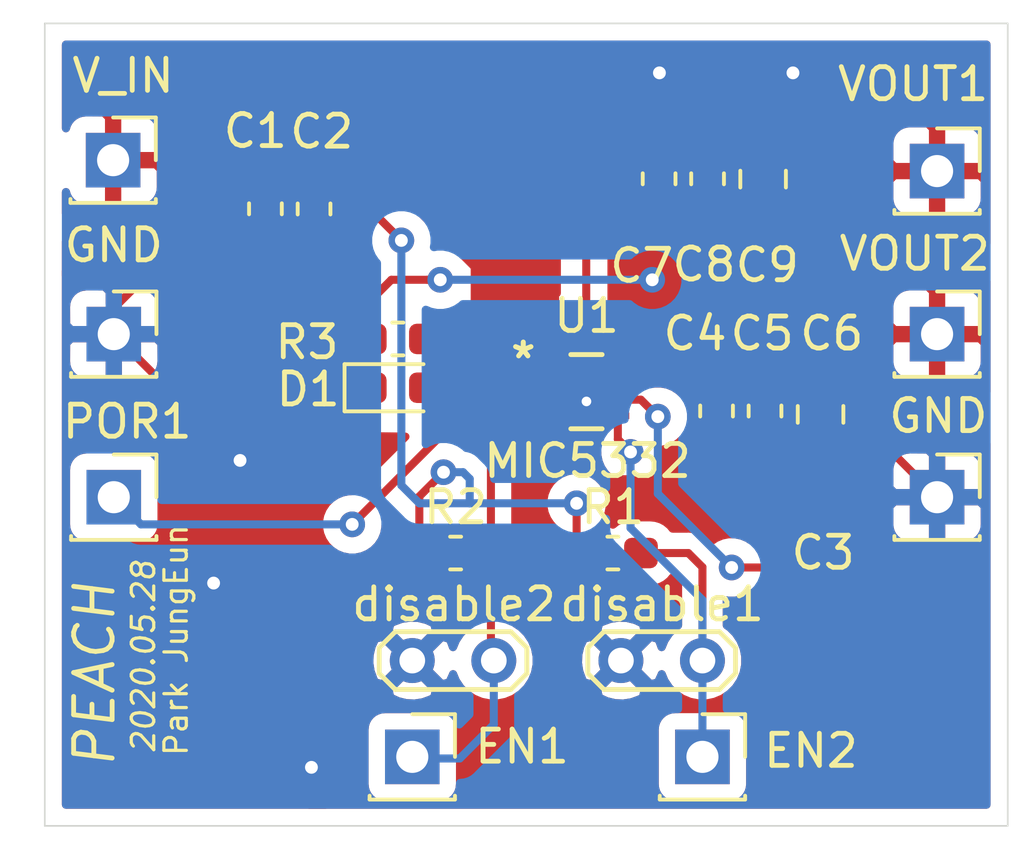
<source format=kicad_pcb>
(kicad_pcb (version 20171130) (host pcbnew "(5.1.6)-1")

  (general
    (thickness 1.6)
    (drawings 7)
    (tracks 130)
    (zones 0)
    (modules 24)
    (nets 10)
  )

  (page A4)
  (layers
    (0 F.Cu signal)
    (31 B.Cu signal)
    (32 B.Adhes user)
    (33 F.Adhes user)
    (34 B.Paste user)
    (35 F.Paste user)
    (36 B.SilkS user)
    (37 F.SilkS user)
    (38 B.Mask user)
    (39 F.Mask user)
    (40 Dwgs.User user)
    (41 Cmts.User user)
    (42 Eco1.User user)
    (43 Eco2.User user)
    (44 Edge.Cuts user)
    (45 Margin user)
    (46 B.CrtYd user)
    (47 F.CrtYd user)
    (48 B.Fab user)
    (49 F.Fab user hide)
  )

  (setup
    (last_trace_width 0.25)
    (trace_clearance 0.2)
    (zone_clearance 0.508)
    (zone_45_only no)
    (trace_min 0.2)
    (via_size 0.8)
    (via_drill 0.4)
    (via_min_size 0.4)
    (via_min_drill 0.3)
    (user_via 0.4 0.3)
    (uvia_size 0.3)
    (uvia_drill 0.1)
    (uvias_allowed no)
    (uvia_min_size 0.2)
    (uvia_min_drill 0.1)
    (edge_width 0.05)
    (segment_width 0.2)
    (pcb_text_width 0.3)
    (pcb_text_size 1.5 1.5)
    (mod_edge_width 0.12)
    (mod_text_size 1 1)
    (mod_text_width 0.15)
    (pad_size 1.524 1.524)
    (pad_drill 0.762)
    (pad_to_mask_clearance 0.051)
    (solder_mask_min_width 0.25)
    (aux_axis_origin 0 0)
    (visible_elements 7FFFFFFF)
    (pcbplotparams
      (layerselection 0x010fc_ffffffff)
      (usegerberextensions false)
      (usegerberattributes false)
      (usegerberadvancedattributes false)
      (creategerberjobfile false)
      (excludeedgelayer true)
      (linewidth 0.100000)
      (plotframeref false)
      (viasonmask false)
      (mode 1)
      (useauxorigin false)
      (hpglpennumber 1)
      (hpglpenspeed 20)
      (hpglpendiameter 15.000000)
      (psnegative false)
      (psa4output false)
      (plotreference true)
      (plotvalue true)
      (plotinvisibletext false)
      (padsonsilk false)
      (subtractmaskfromsilk false)
      (outputformat 1)
      (mirror false)
      (drillshape 0)
      (scaleselection 1)
      (outputdirectory "mic5332gerber/"))
  )

  (net 0 "")
  (net 1 GND)
  (net 2 "Net-(C3-Pad1)")
  (net 3 "Net-(C4-Pad1)")
  (net 4 "Net-(C7-Pad1)")
  (net 5 "Net-(D1-Pad2)")
  (net 6 "Net-(5V_IN1-Pad1)")
  (net 7 "Net-(EN1-Pad1)")
  (net 8 "Net-(EN2-Pad1)")
  (net 9 "Net-(POR1-Pad1)")

  (net_class Default "This is the default net class."
    (clearance 0.2)
    (trace_width 0.25)
    (via_dia 0.8)
    (via_drill 0.4)
    (uvia_dia 0.3)
    (uvia_drill 0.1)
    (add_net GND)
    (add_net "Net-(5V_IN1-Pad1)")
    (add_net "Net-(C3-Pad1)")
    (add_net "Net-(C4-Pad1)")
    (add_net "Net-(C7-Pad1)")
    (add_net "Net-(D1-Pad2)")
    (add_net "Net-(EN1-Pad1)")
    (add_net "Net-(EN2-Pad1)")
    (add_net "Net-(POR1-Pad1)")
  )

  (module LED_SMD:LED_0603_1608Metric_Pad1.05x0.95mm_HandSolder (layer F.Cu) (tedit 5B4B45C9) (tstamp 5ECD0836)
    (at 120.7 75.55)
    (descr "LED SMD 0603 (1608 Metric), square (rectangular) end terminal, IPC_7351 nominal, (Body size source: http://www.tortai-tech.com/upload/download/2011102023233369053.pdf), generated with kicad-footprint-generator")
    (tags "LED handsolder")
    (path /5ECB4396)
    (attr smd)
    (fp_text reference D1 (at -2.7932 0.05) (layer F.SilkS)
      (effects (font (size 1 1) (thickness 0.15)))
    )
    (fp_text value RED_LED (at 0 1.43) (layer F.Fab)
      (effects (font (size 1 1) (thickness 0.15)))
    )
    (fp_line (start 0.8 -0.4) (end -0.5 -0.4) (layer F.Fab) (width 0.1))
    (fp_line (start -0.5 -0.4) (end -0.8 -0.1) (layer F.Fab) (width 0.1))
    (fp_line (start -0.8 -0.1) (end -0.8 0.4) (layer F.Fab) (width 0.1))
    (fp_line (start -0.8 0.4) (end 0.8 0.4) (layer F.Fab) (width 0.1))
    (fp_line (start 0.8 0.4) (end 0.8 -0.4) (layer F.Fab) (width 0.1))
    (fp_line (start 0.8 -0.735) (end -1.66 -0.735) (layer F.SilkS) (width 0.12))
    (fp_line (start -1.66 -0.735) (end -1.66 0.735) (layer F.SilkS) (width 0.12))
    (fp_line (start -1.66 0.735) (end 0.8 0.735) (layer F.SilkS) (width 0.12))
    (fp_line (start -1.65 0.73) (end -1.65 -0.73) (layer F.CrtYd) (width 0.05))
    (fp_line (start -1.65 -0.73) (end 1.65 -0.73) (layer F.CrtYd) (width 0.05))
    (fp_line (start 1.65 -0.73) (end 1.65 0.73) (layer F.CrtYd) (width 0.05))
    (fp_line (start 1.65 0.73) (end -1.65 0.73) (layer F.CrtYd) (width 0.05))
    (fp_text user %R (at 0 0) (layer F.Fab)
      (effects (font (size 0.4 0.4) (thickness 0.06)))
    )
    (pad 1 smd roundrect (at -0.875 0) (size 1.05 0.95) (layers F.Cu F.Paste F.Mask) (roundrect_rratio 0.25)
      (net 1 GND))
    (pad 2 smd roundrect (at 0.875 0) (size 1.05 0.95) (layers F.Cu F.Paste F.Mask) (roundrect_rratio 0.25)
      (net 5 "Net-(D1-Pad2)"))
    (model ${KISYS3DMOD}/LED_SMD.3dshapes/LED_0603_1608Metric.wrl
      (at (xyz 0 0 0))
      (scale (xyz 1 1 1))
      (rotate (xyz 0 0 0))
    )
  )

  (module Resistor_SMD:R_0603_1608Metric_Pad1.05x0.95mm_HandSolder (layer F.Cu) (tedit 5B301BBD) (tstamp 5ECD08A4)
    (at 120.7 74.03)
    (descr "Resistor SMD 0603 (1608 Metric), square (rectangular) end terminal, IPC_7351 nominal with elongated pad for handsoldering. (Body size source: http://www.tortai-tech.com/upload/download/2011102023233369053.pdf), generated with kicad-footprint-generator")
    (tags "resistor handsolder")
    (path /5ECBA137)
    (attr smd)
    (fp_text reference R3 (at -2.83 0.1) (layer F.SilkS)
      (effects (font (size 1 1) (thickness 0.15)))
    )
    (fp_text value 330 (at 0 1.43) (layer F.Fab)
      (effects (font (size 1 1) (thickness 0.15)))
    )
    (fp_line (start 1.65 0.73) (end -1.65 0.73) (layer F.CrtYd) (width 0.05))
    (fp_line (start 1.65 -0.73) (end 1.65 0.73) (layer F.CrtYd) (width 0.05))
    (fp_line (start -1.65 -0.73) (end 1.65 -0.73) (layer F.CrtYd) (width 0.05))
    (fp_line (start -1.65 0.73) (end -1.65 -0.73) (layer F.CrtYd) (width 0.05))
    (fp_line (start -0.171267 0.51) (end 0.171267 0.51) (layer F.SilkS) (width 0.12))
    (fp_line (start -0.171267 -0.51) (end 0.171267 -0.51) (layer F.SilkS) (width 0.12))
    (fp_line (start 0.8 0.4) (end -0.8 0.4) (layer F.Fab) (width 0.1))
    (fp_line (start 0.8 -0.4) (end 0.8 0.4) (layer F.Fab) (width 0.1))
    (fp_line (start -0.8 -0.4) (end 0.8 -0.4) (layer F.Fab) (width 0.1))
    (fp_line (start -0.8 0.4) (end -0.8 -0.4) (layer F.Fab) (width 0.1))
    (fp_text user %R (at 0 0) (layer F.Fab)
      (effects (font (size 0.4 0.4) (thickness 0.06)))
    )
    (pad 2 smd roundrect (at 0.875 0) (size 1.05 0.95) (layers F.Cu F.Paste F.Mask) (roundrect_rratio 0.25)
      (net 5 "Net-(D1-Pad2)"))
    (pad 1 smd roundrect (at -0.875 0) (size 1.05 0.95) (layers F.Cu F.Paste F.Mask) (roundrect_rratio 0.25)
      (net 4 "Net-(C7-Pad1)"))
    (model ${KISYS3DMOD}/Resistor_SMD.3dshapes/R_0603_1608Metric.wrl
      (at (xyz 0 0 0))
      (scale (xyz 1 1 1))
      (rotate (xyz 0 0 0))
    )
  )

  (module Capacitor_SMD:C_0603_1608Metric_Pad1.05x0.95mm_HandSolder (layer F.Cu) (tedit 5B301BBE) (tstamp 5ECD07A8)
    (at 116.575 69.975 270)
    (descr "Capacitor SMD 0603 (1608 Metric), square (rectangular) end terminal, IPC_7351 nominal with elongated pad for handsoldering. (Body size source: http://www.tortai-tech.com/upload/download/2011102023233369053.pdf), generated with kicad-footprint-generator")
    (tags "capacitor handsolder")
    (path /5EC93923)
    (attr smd)
    (fp_text reference C1 (at -2.425 0.315 180) (layer F.SilkS)
      (effects (font (size 1 1) (thickness 0.15)))
    )
    (fp_text value 0u1 (at 0 1.43 90) (layer F.Fab)
      (effects (font (size 1 1) (thickness 0.15)))
    )
    (fp_line (start -0.8 0.4) (end -0.8 -0.4) (layer F.Fab) (width 0.1))
    (fp_line (start -0.8 -0.4) (end 0.8 -0.4) (layer F.Fab) (width 0.1))
    (fp_line (start 0.8 -0.4) (end 0.8 0.4) (layer F.Fab) (width 0.1))
    (fp_line (start 0.8 0.4) (end -0.8 0.4) (layer F.Fab) (width 0.1))
    (fp_line (start -0.171267 -0.51) (end 0.171267 -0.51) (layer F.SilkS) (width 0.12))
    (fp_line (start -0.171267 0.51) (end 0.171267 0.51) (layer F.SilkS) (width 0.12))
    (fp_line (start -1.65 0.73) (end -1.65 -0.73) (layer F.CrtYd) (width 0.05))
    (fp_line (start -1.65 -0.73) (end 1.65 -0.73) (layer F.CrtYd) (width 0.05))
    (fp_line (start 1.65 -0.73) (end 1.65 0.73) (layer F.CrtYd) (width 0.05))
    (fp_line (start 1.65 0.73) (end -1.65 0.73) (layer F.CrtYd) (width 0.05))
    (fp_text user %R (at 0 0 90) (layer F.Fab)
      (effects (font (size 0.4 0.4) (thickness 0.06)))
    )
    (pad 1 smd roundrect (at -0.875 0 270) (size 1.05 0.95) (layers F.Cu F.Paste F.Mask) (roundrect_rratio 0.25)
      (net 6 "Net-(5V_IN1-Pad1)"))
    (pad 2 smd roundrect (at 0.875 0 270) (size 1.05 0.95) (layers F.Cu F.Paste F.Mask) (roundrect_rratio 0.25)
      (net 1 GND))
    (model ${KISYS3DMOD}/Capacitor_SMD.3dshapes/C_0603_1608Metric.wrl
      (at (xyz 0 0 0))
      (scale (xyz 1 1 1))
      (rotate (xyz 0 0 0))
    )
  )

  (module Capacitor_SMD:C_0603_1608Metric_Pad1.05x0.95mm_HandSolder (layer F.Cu) (tedit 5B301BBE) (tstamp 5ECD07B8)
    (at 118.09 69.98 270)
    (descr "Capacitor SMD 0603 (1608 Metric), square (rectangular) end terminal, IPC_7351 nominal with elongated pad for handsoldering. (Body size source: http://www.tortai-tech.com/upload/download/2011102023233369053.pdf), generated with kicad-footprint-generator")
    (tags "capacitor handsolder")
    (path /5EC8F56A)
    (attr smd)
    (fp_text reference C2 (at -2.41 -0.24 180) (layer F.SilkS)
      (effects (font (size 1 1) (thickness 0.15)))
    )
    (fp_text value 10u/25v (at 0 1.43 90) (layer F.Fab)
      (effects (font (size 1 1) (thickness 0.15)))
    )
    (fp_line (start 1.65 0.73) (end -1.65 0.73) (layer F.CrtYd) (width 0.05))
    (fp_line (start 1.65 -0.73) (end 1.65 0.73) (layer F.CrtYd) (width 0.05))
    (fp_line (start -1.65 -0.73) (end 1.65 -0.73) (layer F.CrtYd) (width 0.05))
    (fp_line (start -1.65 0.73) (end -1.65 -0.73) (layer F.CrtYd) (width 0.05))
    (fp_line (start -0.171267 0.51) (end 0.171267 0.51) (layer F.SilkS) (width 0.12))
    (fp_line (start -0.171267 -0.51) (end 0.171267 -0.51) (layer F.SilkS) (width 0.12))
    (fp_line (start 0.8 0.4) (end -0.8 0.4) (layer F.Fab) (width 0.1))
    (fp_line (start 0.8 -0.4) (end 0.8 0.4) (layer F.Fab) (width 0.1))
    (fp_line (start -0.8 -0.4) (end 0.8 -0.4) (layer F.Fab) (width 0.1))
    (fp_line (start -0.8 0.4) (end -0.8 -0.4) (layer F.Fab) (width 0.1))
    (fp_text user %R (at 0 0 90) (layer F.Fab)
      (effects (font (size 0.4 0.4) (thickness 0.06)))
    )
    (pad 2 smd roundrect (at 0.875 0 270) (size 1.05 0.95) (layers F.Cu F.Paste F.Mask) (roundrect_rratio 0.25)
      (net 1 GND))
    (pad 1 smd roundrect (at -0.875 0 270) (size 1.05 0.95) (layers F.Cu F.Paste F.Mask) (roundrect_rratio 0.25)
      (net 6 "Net-(5V_IN1-Pad1)"))
    (model ${KISYS3DMOD}/Capacitor_SMD.3dshapes/C_0603_1608Metric.wrl
      (at (xyz 0 0 0))
      (scale (xyz 1 1 1))
      (rotate (xyz 0 0 0))
    )
  )

  (module Capacitor_SMD:C_0402_1005Metric (layer F.Cu) (tedit 5B301BBE) (tstamp 5ECD07C8)
    (at 132.5 80.6 90)
    (descr "Capacitor SMD 0402 (1005 Metric), square (rectangular) end terminal, IPC_7351 nominal, (Body size source: http://www.tortai-tech.com/upload/download/2011102023233369053.pdf), generated with kicad-footprint-generator")
    (tags capacitor)
    (path /5EC7BC2A)
    (attr smd)
    (fp_text reference C3 (at -0.09 1.45 180) (layer F.SilkS)
      (effects (font (size 1 1) (thickness 0.15)))
    )
    (fp_text value 10n (at 0 1.17 90) (layer F.Fab)
      (effects (font (size 1 1) (thickness 0.15)))
    )
    (fp_line (start -0.5 0.25) (end -0.5 -0.25) (layer F.Fab) (width 0.1))
    (fp_line (start -0.5 -0.25) (end 0.5 -0.25) (layer F.Fab) (width 0.1))
    (fp_line (start 0.5 -0.25) (end 0.5 0.25) (layer F.Fab) (width 0.1))
    (fp_line (start 0.5 0.25) (end -0.5 0.25) (layer F.Fab) (width 0.1))
    (fp_line (start -0.93 0.47) (end -0.93 -0.47) (layer F.CrtYd) (width 0.05))
    (fp_line (start -0.93 -0.47) (end 0.93 -0.47) (layer F.CrtYd) (width 0.05))
    (fp_line (start 0.93 -0.47) (end 0.93 0.47) (layer F.CrtYd) (width 0.05))
    (fp_line (start 0.93 0.47) (end -0.93 0.47) (layer F.CrtYd) (width 0.05))
    (fp_text user %R (at 0 0 90) (layer F.Fab)
      (effects (font (size 0.25 0.25) (thickness 0.04)))
    )
    (pad 1 smd roundrect (at -0.485 0 90) (size 0.59 0.64) (layers F.Cu F.Paste F.Mask) (roundrect_rratio 0.25)
      (net 2 "Net-(C3-Pad1)"))
    (pad 2 smd roundrect (at 0.485 0 90) (size 0.59 0.64) (layers F.Cu F.Paste F.Mask) (roundrect_rratio 0.25)
      (net 1 GND))
    (model ${KISYS3DMOD}/Capacitor_SMD.3dshapes/C_0402_1005Metric.wrl
      (at (xyz 0 0 0))
      (scale (xyz 1 1 1))
      (rotate (xyz 0 0 0))
    )
  )

  (module Capacitor_SMD:C_0603_1608Metric_Pad1.05x0.95mm_HandSolder (layer F.Cu) (tedit 5B301BBE) (tstamp 5ECD07D6)
    (at 130.63 76.275 270)
    (descr "Capacitor SMD 0603 (1608 Metric), square (rectangular) end terminal, IPC_7351 nominal with elongated pad for handsoldering. (Body size source: http://www.tortai-tech.com/upload/download/2011102023233369053.pdf), generated with kicad-footprint-generator")
    (tags "capacitor handsolder")
    (path /5EC7C2F1)
    (attr smd)
    (fp_text reference C4 (at -2.415 0.67 180) (layer F.SilkS)
      (effects (font (size 1 1) (thickness 0.15)))
    )
    (fp_text value 1u (at 0 1.43 90) (layer F.Fab)
      (effects (font (size 1 1) (thickness 0.15)))
    )
    (fp_line (start 1.65 0.73) (end -1.65 0.73) (layer F.CrtYd) (width 0.05))
    (fp_line (start 1.65 -0.73) (end 1.65 0.73) (layer F.CrtYd) (width 0.05))
    (fp_line (start -1.65 -0.73) (end 1.65 -0.73) (layer F.CrtYd) (width 0.05))
    (fp_line (start -1.65 0.73) (end -1.65 -0.73) (layer F.CrtYd) (width 0.05))
    (fp_line (start -0.171267 0.51) (end 0.171267 0.51) (layer F.SilkS) (width 0.12))
    (fp_line (start -0.171267 -0.51) (end 0.171267 -0.51) (layer F.SilkS) (width 0.12))
    (fp_line (start 0.8 0.4) (end -0.8 0.4) (layer F.Fab) (width 0.1))
    (fp_line (start 0.8 -0.4) (end 0.8 0.4) (layer F.Fab) (width 0.1))
    (fp_line (start -0.8 -0.4) (end 0.8 -0.4) (layer F.Fab) (width 0.1))
    (fp_line (start -0.8 0.4) (end -0.8 -0.4) (layer F.Fab) (width 0.1))
    (fp_text user %R (at 0 0 90) (layer F.Fab)
      (effects (font (size 0.4 0.4) (thickness 0.06)))
    )
    (pad 2 smd roundrect (at 0.875 0 270) (size 1.05 0.95) (layers F.Cu F.Paste F.Mask) (roundrect_rratio 0.25)
      (net 1 GND))
    (pad 1 smd roundrect (at -0.875 0 270) (size 1.05 0.95) (layers F.Cu F.Paste F.Mask) (roundrect_rratio 0.25)
      (net 3 "Net-(C4-Pad1)"))
    (model ${KISYS3DMOD}/Capacitor_SMD.3dshapes/C_0603_1608Metric.wrl
      (at (xyz 0 0 0))
      (scale (xyz 1 1 1))
      (rotate (xyz 0 0 0))
    )
  )

  (module Capacitor_SMD:C_0603_1608Metric_Pad1.05x0.95mm_HandSolder (layer F.Cu) (tedit 5B301BBE) (tstamp 5ECD07E6)
    (at 132.14 76.275 270)
    (descr "Capacitor SMD 0603 (1608 Metric), square (rectangular) end terminal, IPC_7351 nominal with elongated pad for handsoldering. (Body size source: http://www.tortai-tech.com/upload/download/2011102023233369053.pdf), generated with kicad-footprint-generator")
    (tags "capacitor handsolder")
    (path /5EC7C7D7)
    (attr smd)
    (fp_text reference C5 (at -2.415 0.09 180) (layer F.SilkS)
      (effects (font (size 1 1) (thickness 0.15)))
    )
    (fp_text value 0u1 (at 0 1.43 90) (layer F.Fab)
      (effects (font (size 1 1) (thickness 0.15)))
    )
    (fp_line (start -0.8 0.4) (end -0.8 -0.4) (layer F.Fab) (width 0.1))
    (fp_line (start -0.8 -0.4) (end 0.8 -0.4) (layer F.Fab) (width 0.1))
    (fp_line (start 0.8 -0.4) (end 0.8 0.4) (layer F.Fab) (width 0.1))
    (fp_line (start 0.8 0.4) (end -0.8 0.4) (layer F.Fab) (width 0.1))
    (fp_line (start -0.171267 -0.51) (end 0.171267 -0.51) (layer F.SilkS) (width 0.12))
    (fp_line (start -0.171267 0.51) (end 0.171267 0.51) (layer F.SilkS) (width 0.12))
    (fp_line (start -1.65 0.73) (end -1.65 -0.73) (layer F.CrtYd) (width 0.05))
    (fp_line (start -1.65 -0.73) (end 1.65 -0.73) (layer F.CrtYd) (width 0.05))
    (fp_line (start 1.65 -0.73) (end 1.65 0.73) (layer F.CrtYd) (width 0.05))
    (fp_line (start 1.65 0.73) (end -1.65 0.73) (layer F.CrtYd) (width 0.05))
    (fp_text user %R (at 0 0 90) (layer F.Fab)
      (effects (font (size 0.4 0.4) (thickness 0.06)))
    )
    (pad 1 smd roundrect (at -0.875 0 270) (size 1.05 0.95) (layers F.Cu F.Paste F.Mask) (roundrect_rratio 0.25)
      (net 3 "Net-(C4-Pad1)"))
    (pad 2 smd roundrect (at 0.875 0 270) (size 1.05 0.95) (layers F.Cu F.Paste F.Mask) (roundrect_rratio 0.25)
      (net 1 GND))
    (model ${KISYS3DMOD}/Capacitor_SMD.3dshapes/C_0603_1608Metric.wrl
      (at (xyz 0 0 0))
      (scale (xyz 1 1 1))
      (rotate (xyz 0 0 0))
    )
  )

  (module Capacitor_SMD:C_0805_2012Metric_Pad1.15x1.40mm_HandSolder (layer F.Cu) (tedit 5B36C52B) (tstamp 5ECD07F6)
    (at 133.87 76.38 270)
    (descr "Capacitor SMD 0805 (2012 Metric), square (rectangular) end terminal, IPC_7351 nominal with elongated pad for handsoldering. (Body size source: https://docs.google.com/spreadsheets/d/1BsfQQcO9C6DZCsRaXUlFlo91Tg2WpOkGARC1WS5S8t0/edit?usp=sharing), generated with kicad-footprint-generator")
    (tags "capacitor handsolder")
    (path /5EC7CB5D)
    (attr smd)
    (fp_text reference C6 (at -2.52 -0.35 180) (layer F.SilkS)
      (effects (font (size 1 1) (thickness 0.15)))
    )
    (fp_text value 22u/25V (at 0 1.65 90) (layer F.Fab)
      (effects (font (size 1 1) (thickness 0.15)))
    )
    (fp_line (start 1.85 0.95) (end -1.85 0.95) (layer F.CrtYd) (width 0.05))
    (fp_line (start 1.85 -0.95) (end 1.85 0.95) (layer F.CrtYd) (width 0.05))
    (fp_line (start -1.85 -0.95) (end 1.85 -0.95) (layer F.CrtYd) (width 0.05))
    (fp_line (start -1.85 0.95) (end -1.85 -0.95) (layer F.CrtYd) (width 0.05))
    (fp_line (start -0.261252 0.71) (end 0.261252 0.71) (layer F.SilkS) (width 0.12))
    (fp_line (start -0.261252 -0.71) (end 0.261252 -0.71) (layer F.SilkS) (width 0.12))
    (fp_line (start 1 0.6) (end -1 0.6) (layer F.Fab) (width 0.1))
    (fp_line (start 1 -0.6) (end 1 0.6) (layer F.Fab) (width 0.1))
    (fp_line (start -1 -0.6) (end 1 -0.6) (layer F.Fab) (width 0.1))
    (fp_line (start -1 0.6) (end -1 -0.6) (layer F.Fab) (width 0.1))
    (fp_text user %R (at 0 0 90) (layer F.Fab)
      (effects (font (size 0.5 0.5) (thickness 0.08)))
    )
    (pad 2 smd roundrect (at 1.025 0 270) (size 1.15 1.4) (layers F.Cu F.Paste F.Mask) (roundrect_rratio 0.217391)
      (net 1 GND))
    (pad 1 smd roundrect (at -1.025 0 270) (size 1.15 1.4) (layers F.Cu F.Paste F.Mask) (roundrect_rratio 0.217391)
      (net 3 "Net-(C4-Pad1)"))
    (model ${KISYS3DMOD}/Capacitor_SMD.3dshapes/C_0805_2012Metric.wrl
      (at (xyz 0 0 0))
      (scale (xyz 1 1 1))
      (rotate (xyz 0 0 0))
    )
  )

  (module Capacitor_SMD:C_0603_1608Metric_Pad1.05x0.95mm_HandSolder (layer F.Cu) (tedit 5B301BBE) (tstamp 5ECD0806)
    (at 128.84 69.04 90)
    (descr "Capacitor SMD 0603 (1608 Metric), square (rectangular) end terminal, IPC_7351 nominal with elongated pad for handsoldering. (Body size source: http://www.tortai-tech.com/upload/download/2011102023233369053.pdf), generated with kicad-footprint-generator")
    (tags "capacitor handsolder")
    (path /5EC809CF)
    (attr smd)
    (fp_text reference C7 (at -2.71 -0.54 180) (layer F.SilkS)
      (effects (font (size 1 1) (thickness 0.15)))
    )
    (fp_text value 1u (at 0 1.43 90) (layer F.Fab)
      (effects (font (size 1 1) (thickness 0.15)))
    )
    (fp_line (start 1.65 0.73) (end -1.65 0.73) (layer F.CrtYd) (width 0.05))
    (fp_line (start 1.65 -0.73) (end 1.65 0.73) (layer F.CrtYd) (width 0.05))
    (fp_line (start -1.65 -0.73) (end 1.65 -0.73) (layer F.CrtYd) (width 0.05))
    (fp_line (start -1.65 0.73) (end -1.65 -0.73) (layer F.CrtYd) (width 0.05))
    (fp_line (start -0.171267 0.51) (end 0.171267 0.51) (layer F.SilkS) (width 0.12))
    (fp_line (start -0.171267 -0.51) (end 0.171267 -0.51) (layer F.SilkS) (width 0.12))
    (fp_line (start 0.8 0.4) (end -0.8 0.4) (layer F.Fab) (width 0.1))
    (fp_line (start 0.8 -0.4) (end 0.8 0.4) (layer F.Fab) (width 0.1))
    (fp_line (start -0.8 -0.4) (end 0.8 -0.4) (layer F.Fab) (width 0.1))
    (fp_line (start -0.8 0.4) (end -0.8 -0.4) (layer F.Fab) (width 0.1))
    (fp_text user %R (at 0 0 90) (layer F.Fab)
      (effects (font (size 0.4 0.4) (thickness 0.06)))
    )
    (pad 2 smd roundrect (at 0.875 0 90) (size 1.05 0.95) (layers F.Cu F.Paste F.Mask) (roundrect_rratio 0.25)
      (net 1 GND))
    (pad 1 smd roundrect (at -0.875 0 90) (size 1.05 0.95) (layers F.Cu F.Paste F.Mask) (roundrect_rratio 0.25)
      (net 4 "Net-(C7-Pad1)"))
    (model ${KISYS3DMOD}/Capacitor_SMD.3dshapes/C_0603_1608Metric.wrl
      (at (xyz 0 0 0))
      (scale (xyz 1 1 1))
      (rotate (xyz 0 0 0))
    )
  )

  (module Capacitor_SMD:C_0603_1608Metric_Pad1.05x0.95mm_HandSolder (layer F.Cu) (tedit 5B301BBE) (tstamp 5ECD0816)
    (at 130.35 69.04 90)
    (descr "Capacitor SMD 0603 (1608 Metric), square (rectangular) end terminal, IPC_7351 nominal with elongated pad for handsoldering. (Body size source: http://www.tortai-tech.com/upload/download/2011102023233369053.pdf), generated with kicad-footprint-generator")
    (tags "capacitor handsolder")
    (path /5EC809D5)
    (attr smd)
    (fp_text reference C8 (at -2.67 -0.11 180) (layer F.SilkS)
      (effects (font (size 1 1) (thickness 0.15)))
    )
    (fp_text value 0u1 (at 0 1.43 90) (layer F.Fab)
      (effects (font (size 1 1) (thickness 0.15)))
    )
    (fp_line (start -0.8 0.4) (end -0.8 -0.4) (layer F.Fab) (width 0.1))
    (fp_line (start -0.8 -0.4) (end 0.8 -0.4) (layer F.Fab) (width 0.1))
    (fp_line (start 0.8 -0.4) (end 0.8 0.4) (layer F.Fab) (width 0.1))
    (fp_line (start 0.8 0.4) (end -0.8 0.4) (layer F.Fab) (width 0.1))
    (fp_line (start -0.171267 -0.51) (end 0.171267 -0.51) (layer F.SilkS) (width 0.12))
    (fp_line (start -0.171267 0.51) (end 0.171267 0.51) (layer F.SilkS) (width 0.12))
    (fp_line (start -1.65 0.73) (end -1.65 -0.73) (layer F.CrtYd) (width 0.05))
    (fp_line (start -1.65 -0.73) (end 1.65 -0.73) (layer F.CrtYd) (width 0.05))
    (fp_line (start 1.65 -0.73) (end 1.65 0.73) (layer F.CrtYd) (width 0.05))
    (fp_line (start 1.65 0.73) (end -1.65 0.73) (layer F.CrtYd) (width 0.05))
    (fp_text user %R (at 0 0 90) (layer F.Fab)
      (effects (font (size 0.4 0.4) (thickness 0.06)))
    )
    (pad 1 smd roundrect (at -0.875 0 90) (size 1.05 0.95) (layers F.Cu F.Paste F.Mask) (roundrect_rratio 0.25)
      (net 4 "Net-(C7-Pad1)"))
    (pad 2 smd roundrect (at 0.875 0 90) (size 1.05 0.95) (layers F.Cu F.Paste F.Mask) (roundrect_rratio 0.25)
      (net 1 GND))
    (model ${KISYS3DMOD}/Capacitor_SMD.3dshapes/C_0603_1608Metric.wrl
      (at (xyz 0 0 0))
      (scale (xyz 1 1 1))
      (rotate (xyz 0 0 0))
    )
  )

  (module Capacitor_SMD:C_0805_2012Metric_Pad1.15x1.40mm_HandSolder (layer F.Cu) (tedit 5B36C52B) (tstamp 5ECD0826)
    (at 132.08 69.05 90)
    (descr "Capacitor SMD 0805 (2012 Metric), square (rectangular) end terminal, IPC_7351 nominal with elongated pad for handsoldering. (Body size source: https://docs.google.com/spreadsheets/d/1BsfQQcO9C6DZCsRaXUlFlo91Tg2WpOkGARC1WS5S8t0/edit?usp=sharing), generated with kicad-footprint-generator")
    (tags "capacitor handsolder")
    (path /5EC809DB)
    (attr smd)
    (fp_text reference C9 (at -2.68 0.13 180) (layer F.SilkS)
      (effects (font (size 1 1) (thickness 0.15)))
    )
    (fp_text value 22u/25V (at 0 1.65 90) (layer F.Fab)
      (effects (font (size 1 1) (thickness 0.15)))
    )
    (fp_line (start -1 0.6) (end -1 -0.6) (layer F.Fab) (width 0.1))
    (fp_line (start -1 -0.6) (end 1 -0.6) (layer F.Fab) (width 0.1))
    (fp_line (start 1 -0.6) (end 1 0.6) (layer F.Fab) (width 0.1))
    (fp_line (start 1 0.6) (end -1 0.6) (layer F.Fab) (width 0.1))
    (fp_line (start -0.261252 -0.71) (end 0.261252 -0.71) (layer F.SilkS) (width 0.12))
    (fp_line (start -0.261252 0.71) (end 0.261252 0.71) (layer F.SilkS) (width 0.12))
    (fp_line (start -1.85 0.95) (end -1.85 -0.95) (layer F.CrtYd) (width 0.05))
    (fp_line (start -1.85 -0.95) (end 1.85 -0.95) (layer F.CrtYd) (width 0.05))
    (fp_line (start 1.85 -0.95) (end 1.85 0.95) (layer F.CrtYd) (width 0.05))
    (fp_line (start 1.85 0.95) (end -1.85 0.95) (layer F.CrtYd) (width 0.05))
    (fp_text user %R (at 0 0 90) (layer F.Fab)
      (effects (font (size 0.5 0.5) (thickness 0.08)))
    )
    (pad 1 smd roundrect (at -1.025 0 90) (size 1.15 1.4) (layers F.Cu F.Paste F.Mask) (roundrect_rratio 0.217391)
      (net 4 "Net-(C7-Pad1)"))
    (pad 2 smd roundrect (at 1.025 0 90) (size 1.15 1.4) (layers F.Cu F.Paste F.Mask) (roundrect_rratio 0.217391)
      (net 1 GND))
    (model ${KISYS3DMOD}/Capacitor_SMD.3dshapes/C_0805_2012Metric.wrl
      (at (xyz 0 0 0))
      (scale (xyz 1 1 1))
      (rotate (xyz 0 0 0))
    )
  )

  (module TestPoint:TestPoint_2Pads_Pitch2.54mm_Drill0.8mm (layer F.Cu) (tedit 5A0F774F) (tstamp 5ECD0848)
    (at 127.65 84.05)
    (descr "Test point with 2 pins, pitch 2.54mm, drill diameter 0.8mm")
    (tags "CONN DEV")
    (path /5EC76917)
    (attr virtual)
    (fp_text reference disable1 (at 1.2804 -1.754) (layer F.SilkS)
      (effects (font (size 1 1) (thickness 0.15)))
    )
    (fp_text value Jumper_2_Open (at 1.27 2) (layer F.Fab)
      (effects (font (size 1 1) (thickness 0.15)))
    )
    (fp_line (start -0.65 1.15) (end 3.15 1.15) (layer F.CrtYd) (width 0.05))
    (fp_line (start 3.15 1.15) (end 3.8 0.5) (layer F.CrtYd) (width 0.05))
    (fp_line (start 3.8 0.5) (end 3.8 -0.5) (layer F.CrtYd) (width 0.05))
    (fp_line (start 3.8 -0.5) (end 3.15 -1.15) (layer F.CrtYd) (width 0.05))
    (fp_line (start 3.15 -1.15) (end -0.65 -1.15) (layer F.CrtYd) (width 0.05))
    (fp_line (start -0.65 -1.15) (end -1.3 -0.5) (layer F.CrtYd) (width 0.05))
    (fp_line (start -1.3 -0.5) (end -1.3 0.5) (layer F.CrtYd) (width 0.05))
    (fp_line (start -1.3 0.5) (end -0.65 1.15) (layer F.CrtYd) (width 0.05))
    (fp_line (start -0.53 -0.9) (end 3.07 -0.9) (layer F.SilkS) (width 0.15))
    (fp_line (start 3.07 -0.9) (end 3.57 -0.4) (layer F.SilkS) (width 0.15))
    (fp_line (start 3.57 -0.4) (end 3.57 0.4) (layer F.SilkS) (width 0.15))
    (fp_line (start 3.57 0.4) (end 3.07 0.9) (layer F.SilkS) (width 0.15))
    (fp_line (start 3.07 0.9) (end -0.53 0.9) (layer F.SilkS) (width 0.15))
    (fp_line (start -0.53 0.9) (end -1.03 0.4) (layer F.SilkS) (width 0.15))
    (fp_line (start -1.03 0.4) (end -1.03 -0.4) (layer F.SilkS) (width 0.15))
    (fp_line (start -1.03 -0.4) (end -0.53 -0.9) (layer F.SilkS) (width 0.15))
    (fp_text user %R (at 1.3 -2) (layer F.Fab)
      (effects (font (size 1 1) (thickness 0.15)))
    )
    (pad 1 thru_hole circle (at 0 0) (size 1.4 1.4) (drill 0.8) (layers *.Cu *.Mask)
      (net 1 GND))
    (pad 2 thru_hole circle (at 2.54 0) (size 1.4 1.4) (drill 0.8) (layers *.Cu *.Mask)
      (net 8 "Net-(EN2-Pad1)"))
  )

  (module TestPoint:TestPoint_2Pads_Pitch2.54mm_Drill0.8mm (layer F.Cu) (tedit 5A0F774F) (tstamp 5ECD085E)
    (at 121.15 84.05)
    (descr "Test point with 2 pins, pitch 2.54mm, drill diameter 0.8mm")
    (tags "CONN DEV")
    (path /5EC75976)
    (attr virtual)
    (fp_text reference disable2 (at 1.3 -1.754) (layer F.SilkS)
      (effects (font (size 1 1) (thickness 0.15)))
    )
    (fp_text value Jumper_2_Open (at 1.27 2) (layer F.Fab)
      (effects (font (size 1 1) (thickness 0.15)))
    )
    (fp_line (start -1.03 -0.4) (end -0.53 -0.9) (layer F.SilkS) (width 0.15))
    (fp_line (start -1.03 0.4) (end -1.03 -0.4) (layer F.SilkS) (width 0.15))
    (fp_line (start -0.53 0.9) (end -1.03 0.4) (layer F.SilkS) (width 0.15))
    (fp_line (start 3.07 0.9) (end -0.53 0.9) (layer F.SilkS) (width 0.15))
    (fp_line (start 3.57 0.4) (end 3.07 0.9) (layer F.SilkS) (width 0.15))
    (fp_line (start 3.57 -0.4) (end 3.57 0.4) (layer F.SilkS) (width 0.15))
    (fp_line (start 3.07 -0.9) (end 3.57 -0.4) (layer F.SilkS) (width 0.15))
    (fp_line (start -0.53 -0.9) (end 3.07 -0.9) (layer F.SilkS) (width 0.15))
    (fp_line (start -1.3 0.5) (end -0.65 1.15) (layer F.CrtYd) (width 0.05))
    (fp_line (start -1.3 -0.5) (end -1.3 0.5) (layer F.CrtYd) (width 0.05))
    (fp_line (start -0.65 -1.15) (end -1.3 -0.5) (layer F.CrtYd) (width 0.05))
    (fp_line (start 3.15 -1.15) (end -0.65 -1.15) (layer F.CrtYd) (width 0.05))
    (fp_line (start 3.8 -0.5) (end 3.15 -1.15) (layer F.CrtYd) (width 0.05))
    (fp_line (start 3.8 0.5) (end 3.8 -0.5) (layer F.CrtYd) (width 0.05))
    (fp_line (start 3.15 1.15) (end 3.8 0.5) (layer F.CrtYd) (width 0.05))
    (fp_line (start -0.65 1.15) (end 3.15 1.15) (layer F.CrtYd) (width 0.05))
    (fp_text user %R (at 1.3 -2) (layer F.Fab)
      (effects (font (size 1 1) (thickness 0.15)))
    )
    (pad 2 thru_hole circle (at 2.54 0) (size 1.4 1.4) (drill 0.8) (layers *.Cu *.Mask)
      (net 7 "Net-(EN1-Pad1)"))
    (pad 1 thru_hole circle (at 0 0) (size 1.4 1.4) (drill 0.8) (layers *.Cu *.Mask)
      (net 1 GND))
  )

  (module Resistor_SMD:R_0603_1608Metric_Pad1.05x0.95mm_HandSolder (layer F.Cu) (tedit 5B301BBD) (tstamp 5ECD0874)
    (at 127.4 80.7)
    (descr "Resistor SMD 0603 (1608 Metric), square (rectangular) end terminal, IPC_7351 nominal with elongated pad for handsoldering. (Body size source: http://www.tortai-tech.com/upload/download/2011102023233369053.pdf), generated with kicad-footprint-generator")
    (tags "resistor handsolder")
    (path /5EC77AE9)
    (attr smd)
    (fp_text reference R1 (at 0 -1.43) (layer F.SilkS)
      (effects (font (size 1 1) (thickness 0.15)))
    )
    (fp_text value 10K (at 0 1.43) (layer F.Fab)
      (effects (font (size 1 1) (thickness 0.15)))
    )
    (fp_line (start 1.65 0.73) (end -1.65 0.73) (layer F.CrtYd) (width 0.05))
    (fp_line (start 1.65 -0.73) (end 1.65 0.73) (layer F.CrtYd) (width 0.05))
    (fp_line (start -1.65 -0.73) (end 1.65 -0.73) (layer F.CrtYd) (width 0.05))
    (fp_line (start -1.65 0.73) (end -1.65 -0.73) (layer F.CrtYd) (width 0.05))
    (fp_line (start -0.171267 0.51) (end 0.171267 0.51) (layer F.SilkS) (width 0.12))
    (fp_line (start -0.171267 -0.51) (end 0.171267 -0.51) (layer F.SilkS) (width 0.12))
    (fp_line (start 0.8 0.4) (end -0.8 0.4) (layer F.Fab) (width 0.1))
    (fp_line (start 0.8 -0.4) (end 0.8 0.4) (layer F.Fab) (width 0.1))
    (fp_line (start -0.8 -0.4) (end 0.8 -0.4) (layer F.Fab) (width 0.1))
    (fp_line (start -0.8 0.4) (end -0.8 -0.4) (layer F.Fab) (width 0.1))
    (fp_text user %R (at 0 0) (layer F.Fab)
      (effects (font (size 0.4 0.4) (thickness 0.06)))
    )
    (pad 2 smd roundrect (at 0.875 0) (size 1.05 0.95) (layers F.Cu F.Paste F.Mask) (roundrect_rratio 0.25)
      (net 8 "Net-(EN2-Pad1)"))
    (pad 1 smd roundrect (at -0.875 0) (size 1.05 0.95) (layers F.Cu F.Paste F.Mask) (roundrect_rratio 0.25)
      (net 6 "Net-(5V_IN1-Pad1)"))
    (model ${KISYS3DMOD}/Resistor_SMD.3dshapes/R_0603_1608Metric.wrl
      (at (xyz 0 0 0))
      (scale (xyz 1 1 1))
      (rotate (xyz 0 0 0))
    )
  )

  (module Resistor_SMD:R_0603_1608Metric_Pad1.05x0.95mm_HandSolder (layer F.Cu) (tedit 5B301BBD) (tstamp 5ECD0884)
    (at 122.5 80.7)
    (descr "Resistor SMD 0603 (1608 Metric), square (rectangular) end terminal, IPC_7351 nominal with elongated pad for handsoldering. (Body size source: http://www.tortai-tech.com/upload/download/2011102023233369053.pdf), generated with kicad-footprint-generator")
    (tags "resistor handsolder")
    (path /5EC77576)
    (attr smd)
    (fp_text reference R2 (at 0 -1.43) (layer F.SilkS)
      (effects (font (size 1 1) (thickness 0.15)))
    )
    (fp_text value 10K (at 0 1.43) (layer F.Fab)
      (effects (font (size 1 1) (thickness 0.15)))
    )
    (fp_line (start -0.8 0.4) (end -0.8 -0.4) (layer F.Fab) (width 0.1))
    (fp_line (start -0.8 -0.4) (end 0.8 -0.4) (layer F.Fab) (width 0.1))
    (fp_line (start 0.8 -0.4) (end 0.8 0.4) (layer F.Fab) (width 0.1))
    (fp_line (start 0.8 0.4) (end -0.8 0.4) (layer F.Fab) (width 0.1))
    (fp_line (start -0.171267 -0.51) (end 0.171267 -0.51) (layer F.SilkS) (width 0.12))
    (fp_line (start -0.171267 0.51) (end 0.171267 0.51) (layer F.SilkS) (width 0.12))
    (fp_line (start -1.65 0.73) (end -1.65 -0.73) (layer F.CrtYd) (width 0.05))
    (fp_line (start -1.65 -0.73) (end 1.65 -0.73) (layer F.CrtYd) (width 0.05))
    (fp_line (start 1.65 -0.73) (end 1.65 0.73) (layer F.CrtYd) (width 0.05))
    (fp_line (start 1.65 0.73) (end -1.65 0.73) (layer F.CrtYd) (width 0.05))
    (fp_text user %R (at 0 0) (layer F.Fab)
      (effects (font (size 0.4 0.4) (thickness 0.06)))
    )
    (pad 1 smd roundrect (at -0.875 0) (size 1.05 0.95) (layers F.Cu F.Paste F.Mask) (roundrect_rratio 0.25)
      (net 6 "Net-(5V_IN1-Pad1)"))
    (pad 2 smd roundrect (at 0.875 0) (size 1.05 0.95) (layers F.Cu F.Paste F.Mask) (roundrect_rratio 0.25)
      (net 7 "Net-(EN1-Pad1)"))
    (model ${KISYS3DMOD}/Resistor_SMD.3dshapes/R_0603_1608Metric.wrl
      (at (xyz 0 0 0))
      (scale (xyz 1 1 1))
      (rotate (xyz 0 0 0))
    )
  )

  (module mic5332:TMLF-8_MCH (layer F.Cu) (tedit 5ECB34D4) (tstamp 5ECD0BF0)
    (at 126.5764 75.6724)
    (path /5ECDA344)
    (fp_text reference U1 (at 0.0036 -2.3624) (layer F.SilkS)
      (effects (font (size 1 1) (thickness 0.15)))
    )
    (fp_text value MIC5332 (at 0.0336 2.1576) (layer F.SilkS)
      (effects (font (size 1 1) (thickness 0.15)))
    )
    (fp_line (start -0.1056 1.2827) (end -1.2827 1.2827) (layer F.CrtYd) (width 0.1524))
    (fp_line (start -0.1056 1.5875) (end -0.1056 1.2827) (layer F.CrtYd) (width 0.1524))
    (fp_line (start 0.1056 1.5875) (end -0.1056 1.5875) (layer F.CrtYd) (width 0.1524))
    (fp_line (start 0.1056 1.2827) (end 0.1056 1.5875) (layer F.CrtYd) (width 0.1524))
    (fp_line (start 1.2827 1.2827) (end 0.1056 1.2827) (layer F.CrtYd) (width 0.1524))
    (fp_line (start 1.2827 1.1056) (end 1.2827 1.2827) (layer F.CrtYd) (width 0.1524))
    (fp_line (start 1.5875 1.1056) (end 1.2827 1.1056) (layer F.CrtYd) (width 0.1524))
    (fp_line (start 1.5875 -1.1056) (end 1.5875 1.1056) (layer F.CrtYd) (width 0.1524))
    (fp_line (start 1.2827 -1.1056) (end 1.5875 -1.1056) (layer F.CrtYd) (width 0.1524))
    (fp_line (start 1.2827 -1.2827) (end 1.2827 -1.1056) (layer F.CrtYd) (width 0.1524))
    (fp_line (start 0.1056 -1.2827) (end 1.2827 -1.2827) (layer F.CrtYd) (width 0.1524))
    (fp_line (start 0.1056 -1.5875) (end 0.1056 -1.2827) (layer F.CrtYd) (width 0.1524))
    (fp_line (start -0.1056 -1.5875) (end 0.1056 -1.5875) (layer F.CrtYd) (width 0.1524))
    (fp_line (start -0.1056 -1.2827) (end -0.1056 -1.5875) (layer F.CrtYd) (width 0.1524))
    (fp_line (start -1.2827 -1.2827) (end -0.1056 -1.2827) (layer F.CrtYd) (width 0.1524))
    (fp_line (start -1.2827 -1.1056) (end -1.2827 -1.2827) (layer F.CrtYd) (width 0.1524))
    (fp_line (start -1.5875 -1.1056) (end -1.2827 -1.1056) (layer F.CrtYd) (width 0.1524))
    (fp_line (start -1.5875 1.1056) (end -1.5875 -1.1056) (layer F.CrtYd) (width 0.1524))
    (fp_line (start -1.2827 1.1056) (end -1.5875 1.1056) (layer F.CrtYd) (width 0.1524))
    (fp_line (start -1.2827 1.2827) (end -1.2827 1.1056) (layer F.CrtYd) (width 0.1524))
    (fp_line (start -1.0287 1.0287) (end -1.0287 1.0287) (layer F.Fab) (width 0.1524))
    (fp_line (start -1.0287 -1.0287) (end -1.0287 1.0287) (layer F.Fab) (width 0.1524))
    (fp_line (start -1.0287 -1.0287) (end -1.0287 -1.0287) (layer F.Fab) (width 0.1524))
    (fp_line (start 1.0287 -1.0287) (end -1.0287 -1.0287) (layer F.Fab) (width 0.1524))
    (fp_line (start 1.0287 -1.0287) (end 1.0287 -1.0287) (layer F.Fab) (width 0.1524))
    (fp_line (start 1.0287 1.0287) (end 1.0287 -1.0287) (layer F.Fab) (width 0.1524))
    (fp_line (start 1.0287 1.0287) (end 1.0287 1.0287) (layer F.Fab) (width 0.1524))
    (fp_line (start -1.0287 1.0287) (end 1.0287 1.0287) (layer F.Fab) (width 0.1524))
    (fp_line (start 0.487245 -1.1557) (end -0.487245 -1.1557) (layer F.SilkS) (width 0.1524))
    (fp_line (start -0.487245 1.1557) (end 0.487245 1.1557) (layer F.SilkS) (width 0.1524))
    (fp_line (start 1.0287 -0.9024) (end 1.0287 -0.9024) (layer F.Fab) (width 0.1524))
    (fp_line (start 1.0287 -0.5976) (end 1.0287 -0.9024) (layer F.Fab) (width 0.1524))
    (fp_line (start 1.0287 -0.5976) (end 1.0287 -0.5976) (layer F.Fab) (width 0.1524))
    (fp_line (start 1.0287 -0.9024) (end 1.0287 -0.5976) (layer F.Fab) (width 0.1524))
    (fp_line (start 1.0287 -0.4024) (end 1.0287 -0.4024) (layer F.Fab) (width 0.1524))
    (fp_line (start 1.0287 -0.0976) (end 1.0287 -0.4024) (layer F.Fab) (width 0.1524))
    (fp_line (start 1.0287 -0.0976) (end 1.0287 -0.0976) (layer F.Fab) (width 0.1524))
    (fp_line (start 1.0287 -0.4024) (end 1.0287 -0.0976) (layer F.Fab) (width 0.1524))
    (fp_line (start 1.0287 0.0976) (end 1.0287 0.0976) (layer F.Fab) (width 0.1524))
    (fp_line (start 1.0287 0.4024) (end 1.0287 0.0976) (layer F.Fab) (width 0.1524))
    (fp_line (start 1.0287 0.4024) (end 1.0287 0.4024) (layer F.Fab) (width 0.1524))
    (fp_line (start 1.0287 0.0976) (end 1.0287 0.4024) (layer F.Fab) (width 0.1524))
    (fp_line (start 1.0287 0.5976) (end 1.0287 0.5976) (layer F.Fab) (width 0.1524))
    (fp_line (start 1.0287 0.9024) (end 1.0287 0.5976) (layer F.Fab) (width 0.1524))
    (fp_line (start 1.0287 0.9024) (end 1.0287 0.9024) (layer F.Fab) (width 0.1524))
    (fp_line (start 1.0287 0.5976) (end 1.0287 0.9024) (layer F.Fab) (width 0.1524))
    (fp_line (start -1.0287 0.9024) (end -1.0287 0.9024) (layer F.Fab) (width 0.1524))
    (fp_line (start -1.0287 0.5976) (end -1.0287 0.9024) (layer F.Fab) (width 0.1524))
    (fp_line (start -1.0287 0.5976) (end -1.0287 0.5976) (layer F.Fab) (width 0.1524))
    (fp_line (start -1.0287 0.9024) (end -1.0287 0.5976) (layer F.Fab) (width 0.1524))
    (fp_line (start -1.0287 0.4024) (end -1.0287 0.4024) (layer F.Fab) (width 0.1524))
    (fp_line (start -1.0287 0.0976) (end -1.0287 0.4024) (layer F.Fab) (width 0.1524))
    (fp_line (start -1.0287 0.0976) (end -1.0287 0.0976) (layer F.Fab) (width 0.1524))
    (fp_line (start -1.0287 0.4024) (end -1.0287 0.0976) (layer F.Fab) (width 0.1524))
    (fp_line (start -1.0287 -0.0976) (end -1.0287 -0.0976) (layer F.Fab) (width 0.1524))
    (fp_line (start -1.0287 -0.4024) (end -1.0287 -0.0976) (layer F.Fab) (width 0.1524))
    (fp_line (start -1.0287 -0.4024) (end -1.0287 -0.4024) (layer F.Fab) (width 0.1524))
    (fp_line (start -1.0287 -0.0976) (end -1.0287 -0.4024) (layer F.Fab) (width 0.1524))
    (fp_line (start -1.0287 -0.5976) (end -1.0287 -0.5976) (layer F.Fab) (width 0.1524))
    (fp_line (start -1.0287 -0.9024) (end -1.0287 -0.5976) (layer F.Fab) (width 0.1524))
    (fp_line (start -1.0287 -0.9024) (end -1.0287 -0.9024) (layer F.Fab) (width 0.1524))
    (fp_line (start -1.0287 -0.5976) (end -1.0287 -0.9024) (layer F.Fab) (width 0.1524))
    (fp_line (start -1.0287 0.2413) (end 0.2413 -1.0287) (layer F.Fab) (width 0.1524))
    (fp_text user * (at -0.6223 -1) (layer F.Fab)
      (effects (font (size 1 1) (thickness 0.15)))
    )
    (fp_text user * (at -1.9685 -1) (layer F.SilkS)
      (effects (font (size 1 1) (thickness 0.15)))
    )
    (fp_text user * (at -0.6223 -1) (layer F.Fab)
      (effects (font (size 1 1) (thickness 0.15)))
    )
    (fp_text user * (at -1.9685 -1) (layer F.SilkS)
      (effects (font (size 1 1) (thickness 0.15)))
    )
    (pad 9 smd rect (at 0 0) (size 0.6604 1.2446) (layers F.Cu F.Paste F.Mask)
      (net 1 GND))
    (pad 8 smd rect (at 0.9779 -0.750001 90) (size 0.2032 0.7112) (layers F.Cu F.Paste F.Mask)
      (net 4 "Net-(C7-Pad1)"))
    (pad 7 smd rect (at 0.9779 -0.25 90) (size 0.2032 0.7112) (layers F.Cu F.Paste F.Mask)
      (net 3 "Net-(C4-Pad1)"))
    (pad 6 smd rect (at 0.9779 0.25 90) (size 0.2032 0.7112) (layers F.Cu F.Paste F.Mask)
      (net 2 "Net-(C3-Pad1)"))
    (pad 5 smd rect (at 0.9779 0.750001 90) (size 0.2032 0.7112) (layers F.Cu F.Paste F.Mask)
      (net 8 "Net-(EN2-Pad1)"))
    (pad 4 smd rect (at -0.9779 0.750001 90) (size 0.2032 0.7112) (layers F.Cu F.Paste F.Mask)
      (net 7 "Net-(EN1-Pad1)"))
    (pad 3 smd rect (at -0.9779 0.25 90) (size 0.2032 0.7112) (layers F.Cu F.Paste F.Mask)
      (net 9 "Net-(POR1-Pad1)"))
    (pad 2 smd rect (at -0.9779 -0.25 90) (size 0.2032 0.7112) (layers F.Cu F.Paste F.Mask)
      (net 1 GND))
    (pad 1 smd rect (at -0.9779 -0.750001 90) (size 0.2032 0.7112) (layers F.Cu F.Paste F.Mask)
      (net 6 "Net-(5V_IN1-Pad1)"))
    (model ${KIPRJMOD}/TMLF-8_MCH.step
      (at (xyz 0 0 0))
      (scale (xyz 1 1 1))
      (rotate (xyz 0 0 0))
    )
  )

  (module mic5332:Socket_1x01_P2.54mm_Vertical (layer F.Cu) (tedit 5ECCB019) (tstamp 5ECD11D0)
    (at 111.83 68.46)
    (descr "Through hole straight socket strip, 1x01, 2.54mm pitch, single row (from Kicad 4.0.7), script generated")
    (tags "Through hole socket strip THT 1x01 2.54mm single row")
    (path /5ECA73B6)
    (fp_text reference V_IN (at 0.31 -2.63) (layer F.SilkS)
      (effects (font (size 1 1) (thickness 0.15)))
    )
    (fp_text value 5V_IN (at 0 2.77) (layer F.Fab)
      (effects (font (size 1 1) (thickness 0.15)))
    )
    (fp_line (start -1.27 -1.27) (end 0.635 -1.27) (layer F.Fab) (width 0.1))
    (fp_line (start 0.635 -1.27) (end 1.27 -0.635) (layer F.Fab) (width 0.1))
    (fp_line (start 1.27 -0.635) (end 1.27 1.27) (layer F.Fab) (width 0.1))
    (fp_line (start 1.27 1.27) (end -1.27 1.27) (layer F.Fab) (width 0.1))
    (fp_line (start -1.27 1.27) (end -1.27 -1.27) (layer F.Fab) (width 0.1))
    (fp_line (start -1.33 1.33) (end 1.33 1.33) (layer F.SilkS) (width 0.12))
    (fp_line (start -1.33 1.21) (end -1.33 1.33) (layer F.SilkS) (width 0.12))
    (fp_line (start 1.33 1.21) (end 1.33 1.33) (layer F.SilkS) (width 0.12))
    (fp_line (start 1.33 -1.33) (end 1.33 0) (layer F.SilkS) (width 0.12))
    (fp_line (start 0 -1.33) (end 1.33 -1.33) (layer F.SilkS) (width 0.12))
    (fp_line (start -1.8 -1.8) (end 1.75 -1.8) (layer F.CrtYd) (width 0.05))
    (fp_line (start 1.75 -1.8) (end 1.75 1.75) (layer F.CrtYd) (width 0.05))
    (fp_line (start 1.75 1.75) (end -1.8 1.75) (layer F.CrtYd) (width 0.05))
    (fp_line (start -1.8 1.75) (end -1.8 -1.8) (layer F.CrtYd) (width 0.05))
    (fp_text user %R (at 0 0) (layer F.Fab)
      (effects (font (size 1 1) (thickness 0.15)))
    )
    (pad 1 thru_hole rect (at 0 0) (size 1.7 1.7) (drill 1) (layers *.Cu *.Mask)
      (net 6 "Net-(5V_IN1-Pad1)"))
  )

  (module mic5332:Socket_1x01_P2.54mm_Vertical (layer F.Cu) (tedit 5ECCB019) (tstamp 5ECD11E3)
    (at 130.19 87.05)
    (descr "Through hole straight socket strip, 1x01, 2.54mm pitch, single row (from Kicad 4.0.7), script generated")
    (tags "Through hole socket strip THT 1x01 2.54mm single row")
    (path /5ECA9489)
    (fp_text reference EN2 (at 3.38 -0.19) (layer F.SilkS)
      (effects (font (size 1 1) (thickness 0.15)))
    )
    (fp_text value EN1 (at 0 2.77) (layer F.Fab)
      (effects (font (size 1 1) (thickness 0.15)))
    )
    (fp_line (start -1.27 -1.27) (end 0.635 -1.27) (layer F.Fab) (width 0.1))
    (fp_line (start 0.635 -1.27) (end 1.27 -0.635) (layer F.Fab) (width 0.1))
    (fp_line (start 1.27 -0.635) (end 1.27 1.27) (layer F.Fab) (width 0.1))
    (fp_line (start 1.27 1.27) (end -1.27 1.27) (layer F.Fab) (width 0.1))
    (fp_line (start -1.27 1.27) (end -1.27 -1.27) (layer F.Fab) (width 0.1))
    (fp_line (start -1.33 1.33) (end 1.33 1.33) (layer F.SilkS) (width 0.12))
    (fp_line (start -1.33 1.21) (end -1.33 1.33) (layer F.SilkS) (width 0.12))
    (fp_line (start 1.33 1.21) (end 1.33 1.33) (layer F.SilkS) (width 0.12))
    (fp_line (start 1.33 -1.33) (end 1.33 0) (layer F.SilkS) (width 0.12))
    (fp_line (start 0 -1.33) (end 1.33 -1.33) (layer F.SilkS) (width 0.12))
    (fp_line (start -1.8 -1.8) (end 1.75 -1.8) (layer F.CrtYd) (width 0.05))
    (fp_line (start 1.75 -1.8) (end 1.75 1.75) (layer F.CrtYd) (width 0.05))
    (fp_line (start 1.75 1.75) (end -1.8 1.75) (layer F.CrtYd) (width 0.05))
    (fp_line (start -1.8 1.75) (end -1.8 -1.8) (layer F.CrtYd) (width 0.05))
    (fp_text user %R (at 0 0) (layer F.Fab)
      (effects (font (size 1 1) (thickness 0.15)))
    )
    (pad 1 thru_hole rect (at 0 0) (size 1.7 1.7) (drill 1) (layers *.Cu *.Mask)
      (net 8 "Net-(EN2-Pad1)"))
  )

  (module mic5332:Socket_1x01_P2.54mm_Vertical (layer F.Cu) (tedit 5ECCB019) (tstamp 5ECD11F6)
    (at 121.15 87.05)
    (descr "Through hole straight socket strip, 1x01, 2.54mm pitch, single row (from Kicad 4.0.7), script generated")
    (tags "Through hole socket strip THT 1x01 2.54mm single row")
    (path /5ECA90EE)
    (fp_text reference EN1 (at 3.42 -0.32) (layer F.SilkS)
      (effects (font (size 1 1) (thickness 0.15)))
    )
    (fp_text value EN2 (at 0 2.77) (layer F.Fab)
      (effects (font (size 1 1) (thickness 0.15)))
    )
    (fp_line (start -1.8 1.75) (end -1.8 -1.8) (layer F.CrtYd) (width 0.05))
    (fp_line (start 1.75 1.75) (end -1.8 1.75) (layer F.CrtYd) (width 0.05))
    (fp_line (start 1.75 -1.8) (end 1.75 1.75) (layer F.CrtYd) (width 0.05))
    (fp_line (start -1.8 -1.8) (end 1.75 -1.8) (layer F.CrtYd) (width 0.05))
    (fp_line (start 0 -1.33) (end 1.33 -1.33) (layer F.SilkS) (width 0.12))
    (fp_line (start 1.33 -1.33) (end 1.33 0) (layer F.SilkS) (width 0.12))
    (fp_line (start 1.33 1.21) (end 1.33 1.33) (layer F.SilkS) (width 0.12))
    (fp_line (start -1.33 1.21) (end -1.33 1.33) (layer F.SilkS) (width 0.12))
    (fp_line (start -1.33 1.33) (end 1.33 1.33) (layer F.SilkS) (width 0.12))
    (fp_line (start -1.27 1.27) (end -1.27 -1.27) (layer F.Fab) (width 0.1))
    (fp_line (start 1.27 1.27) (end -1.27 1.27) (layer F.Fab) (width 0.1))
    (fp_line (start 1.27 -0.635) (end 1.27 1.27) (layer F.Fab) (width 0.1))
    (fp_line (start 0.635 -1.27) (end 1.27 -0.635) (layer F.Fab) (width 0.1))
    (fp_line (start -1.27 -1.27) (end 0.635 -1.27) (layer F.Fab) (width 0.1))
    (fp_text user %R (at 0 0) (layer F.Fab)
      (effects (font (size 1 1) (thickness 0.15)))
    )
    (pad 1 thru_hole rect (at 0 0) (size 1.7 1.7) (drill 1) (layers *.Cu *.Mask)
      (net 7 "Net-(EN1-Pad1)"))
  )

  (module mic5332:Socket_1x01_P2.54mm_Vertical (layer F.Cu) (tedit 5ECCB019) (tstamp 5ECD1209)
    (at 111.85 73.88)
    (descr "Through hole straight socket strip, 1x01, 2.54mm pitch, single row (from Kicad 4.0.7), script generated")
    (tags "Through hole socket strip THT 1x01 2.54mm single row")
    (path /5ECA98C3)
    (fp_text reference GND (at 0 -2.77) (layer F.SilkS)
      (effects (font (size 1 1) (thickness 0.15)))
    )
    (fp_text value GND (at 0 2.77) (layer F.Fab)
      (effects (font (size 1 1) (thickness 0.15)))
    )
    (fp_line (start -1.8 1.75) (end -1.8 -1.8) (layer F.CrtYd) (width 0.05))
    (fp_line (start 1.75 1.75) (end -1.8 1.75) (layer F.CrtYd) (width 0.05))
    (fp_line (start 1.75 -1.8) (end 1.75 1.75) (layer F.CrtYd) (width 0.05))
    (fp_line (start -1.8 -1.8) (end 1.75 -1.8) (layer F.CrtYd) (width 0.05))
    (fp_line (start 0 -1.33) (end 1.33 -1.33) (layer F.SilkS) (width 0.12))
    (fp_line (start 1.33 -1.33) (end 1.33 0) (layer F.SilkS) (width 0.12))
    (fp_line (start 1.33 1.21) (end 1.33 1.33) (layer F.SilkS) (width 0.12))
    (fp_line (start -1.33 1.21) (end -1.33 1.33) (layer F.SilkS) (width 0.12))
    (fp_line (start -1.33 1.33) (end 1.33 1.33) (layer F.SilkS) (width 0.12))
    (fp_line (start -1.27 1.27) (end -1.27 -1.27) (layer F.Fab) (width 0.1))
    (fp_line (start 1.27 1.27) (end -1.27 1.27) (layer F.Fab) (width 0.1))
    (fp_line (start 1.27 -0.635) (end 1.27 1.27) (layer F.Fab) (width 0.1))
    (fp_line (start 0.635 -1.27) (end 1.27 -0.635) (layer F.Fab) (width 0.1))
    (fp_line (start -1.27 -1.27) (end 0.635 -1.27) (layer F.Fab) (width 0.1))
    (fp_text user %R (at 0 0) (layer F.Fab)
      (effects (font (size 1 1) (thickness 0.15)))
    )
    (pad 1 thru_hole rect (at 0 0) (size 1.7 1.7) (drill 1) (layers *.Cu *.Mask)
      (net 1 GND))
  )

  (module mic5332:Socket_1x01_P2.54mm_Vertical (layer F.Cu) (tedit 5ECCB019) (tstamp 5ECD121C)
    (at 137.5 78.96)
    (descr "Through hole straight socket strip, 1x01, 2.54mm pitch, single row (from Kicad 4.0.7), script generated")
    (tags "Through hole socket strip THT 1x01 2.54mm single row")
    (path /5ECAAF01)
    (fp_text reference GND (at 0.04 -2.53) (layer F.SilkS)
      (effects (font (size 1 1) (thickness 0.15)))
    )
    (fp_text value GND (at 0 2.77) (layer F.Fab)
      (effects (font (size 1 1) (thickness 0.15)))
    )
    (fp_line (start -1.8 1.75) (end -1.8 -1.8) (layer F.CrtYd) (width 0.05))
    (fp_line (start 1.75 1.75) (end -1.8 1.75) (layer F.CrtYd) (width 0.05))
    (fp_line (start 1.75 -1.8) (end 1.75 1.75) (layer F.CrtYd) (width 0.05))
    (fp_line (start -1.8 -1.8) (end 1.75 -1.8) (layer F.CrtYd) (width 0.05))
    (fp_line (start 0 -1.33) (end 1.33 -1.33) (layer F.SilkS) (width 0.12))
    (fp_line (start 1.33 -1.33) (end 1.33 0) (layer F.SilkS) (width 0.12))
    (fp_line (start 1.33 1.21) (end 1.33 1.33) (layer F.SilkS) (width 0.12))
    (fp_line (start -1.33 1.21) (end -1.33 1.33) (layer F.SilkS) (width 0.12))
    (fp_line (start -1.33 1.33) (end 1.33 1.33) (layer F.SilkS) (width 0.12))
    (fp_line (start -1.27 1.27) (end -1.27 -1.27) (layer F.Fab) (width 0.1))
    (fp_line (start 1.27 1.27) (end -1.27 1.27) (layer F.Fab) (width 0.1))
    (fp_line (start 1.27 -0.635) (end 1.27 1.27) (layer F.Fab) (width 0.1))
    (fp_line (start 0.635 -1.27) (end 1.27 -0.635) (layer F.Fab) (width 0.1))
    (fp_line (start -1.27 -1.27) (end 0.635 -1.27) (layer F.Fab) (width 0.1))
    (fp_text user %R (at 0 0) (layer F.Fab)
      (effects (font (size 1 1) (thickness 0.15)))
    )
    (pad 1 thru_hole rect (at 0 0) (size 1.7 1.7) (drill 1) (layers *.Cu *.Mask)
      (net 1 GND))
  )

  (module mic5332:Socket_1x01_P2.54mm_Vertical (layer F.Cu) (tedit 5ECCB019) (tstamp 5ECD122F)
    (at 111.85 78.96)
    (descr "Through hole straight socket strip, 1x01, 2.54mm pitch, single row (from Kicad 4.0.7), script generated")
    (tags "Through hole socket strip THT 1x01 2.54mm single row")
    (path /5ECAAD85)
    (fp_text reference POR1 (at 0.418 -2.3536) (layer F.SilkS)
      (effects (font (size 1 1) (thickness 0.15)))
    )
    (fp_text value POR2 (at 0 2.77) (layer F.Fab)
      (effects (font (size 1 1) (thickness 0.15)))
    )
    (fp_line (start -1.27 -1.27) (end 0.635 -1.27) (layer F.Fab) (width 0.1))
    (fp_line (start 0.635 -1.27) (end 1.27 -0.635) (layer F.Fab) (width 0.1))
    (fp_line (start 1.27 -0.635) (end 1.27 1.27) (layer F.Fab) (width 0.1))
    (fp_line (start 1.27 1.27) (end -1.27 1.27) (layer F.Fab) (width 0.1))
    (fp_line (start -1.27 1.27) (end -1.27 -1.27) (layer F.Fab) (width 0.1))
    (fp_line (start -1.33 1.33) (end 1.33 1.33) (layer F.SilkS) (width 0.12))
    (fp_line (start -1.33 1.21) (end -1.33 1.33) (layer F.SilkS) (width 0.12))
    (fp_line (start 1.33 1.21) (end 1.33 1.33) (layer F.SilkS) (width 0.12))
    (fp_line (start 1.33 -1.33) (end 1.33 0) (layer F.SilkS) (width 0.12))
    (fp_line (start 0 -1.33) (end 1.33 -1.33) (layer F.SilkS) (width 0.12))
    (fp_line (start -1.8 -1.8) (end 1.75 -1.8) (layer F.CrtYd) (width 0.05))
    (fp_line (start 1.75 -1.8) (end 1.75 1.75) (layer F.CrtYd) (width 0.05))
    (fp_line (start 1.75 1.75) (end -1.8 1.75) (layer F.CrtYd) (width 0.05))
    (fp_line (start -1.8 1.75) (end -1.8 -1.8) (layer F.CrtYd) (width 0.05))
    (fp_text user %R (at 0 0) (layer F.Fab)
      (effects (font (size 1 1) (thickness 0.15)))
    )
    (pad 1 thru_hole rect (at 0 0) (size 1.7 1.7) (drill 1) (layers *.Cu *.Mask)
      (net 9 "Net-(POR1-Pad1)"))
  )

  (module mic5332:Socket_1x01_P2.54mm_Vertical (layer F.Cu) (tedit 5ECCB019) (tstamp 5ECD1242)
    (at 137.5 68.8)
    (descr "Through hole straight socket strip, 1x01, 2.54mm pitch, single row (from Kicad 4.0.7), script generated")
    (tags "Through hole socket strip THT 1x01 2.54mm single row")
    (path /5ECA9D38)
    (fp_text reference VOUT1 (at -0.7464 -2.7092) (layer F.SilkS)
      (effects (font (size 1 1) (thickness 0.15)))
    )
    (fp_text value VOUT1 (at 0 2.77) (layer F.Fab)
      (effects (font (size 1 1) (thickness 0.15)))
    )
    (fp_line (start -1.27 -1.27) (end 0.635 -1.27) (layer F.Fab) (width 0.1))
    (fp_line (start 0.635 -1.27) (end 1.27 -0.635) (layer F.Fab) (width 0.1))
    (fp_line (start 1.27 -0.635) (end 1.27 1.27) (layer F.Fab) (width 0.1))
    (fp_line (start 1.27 1.27) (end -1.27 1.27) (layer F.Fab) (width 0.1))
    (fp_line (start -1.27 1.27) (end -1.27 -1.27) (layer F.Fab) (width 0.1))
    (fp_line (start -1.33 1.33) (end 1.33 1.33) (layer F.SilkS) (width 0.12))
    (fp_line (start -1.33 1.21) (end -1.33 1.33) (layer F.SilkS) (width 0.12))
    (fp_line (start 1.33 1.21) (end 1.33 1.33) (layer F.SilkS) (width 0.12))
    (fp_line (start 1.33 -1.33) (end 1.33 0) (layer F.SilkS) (width 0.12))
    (fp_line (start 0 -1.33) (end 1.33 -1.33) (layer F.SilkS) (width 0.12))
    (fp_line (start -1.8 -1.8) (end 1.75 -1.8) (layer F.CrtYd) (width 0.05))
    (fp_line (start 1.75 -1.8) (end 1.75 1.75) (layer F.CrtYd) (width 0.05))
    (fp_line (start 1.75 1.75) (end -1.8 1.75) (layer F.CrtYd) (width 0.05))
    (fp_line (start -1.8 1.75) (end -1.8 -1.8) (layer F.CrtYd) (width 0.05))
    (fp_text user %R (at 0 0) (layer F.Fab)
      (effects (font (size 1 1) (thickness 0.15)))
    )
    (pad 1 thru_hole rect (at 0 0) (size 1.7 1.7) (drill 1) (layers *.Cu *.Mask)
      (net 4 "Net-(C7-Pad1)"))
  )

  (module mic5332:Socket_1x01_P2.54mm_Vertical (layer F.Cu) (tedit 5ECCB019) (tstamp 5ECD1255)
    (at 137.5 73.88)
    (descr "Through hole straight socket strip, 1x01, 2.54mm pitch, single row (from Kicad 4.0.7), script generated")
    (tags "Through hole socket strip THT 1x01 2.54mm single row")
    (path /5ECAAAFD)
    (fp_text reference VOUT2 (at -0.6956 -2.506) (layer F.SilkS)
      (effects (font (size 1 1) (thickness 0.15)))
    )
    (fp_text value VOUT2 (at 0 2.77) (layer F.Fab)
      (effects (font (size 1 1) (thickness 0.15)))
    )
    (fp_line (start -1.8 1.75) (end -1.8 -1.8) (layer F.CrtYd) (width 0.05))
    (fp_line (start 1.75 1.75) (end -1.8 1.75) (layer F.CrtYd) (width 0.05))
    (fp_line (start 1.75 -1.8) (end 1.75 1.75) (layer F.CrtYd) (width 0.05))
    (fp_line (start -1.8 -1.8) (end 1.75 -1.8) (layer F.CrtYd) (width 0.05))
    (fp_line (start 0 -1.33) (end 1.33 -1.33) (layer F.SilkS) (width 0.12))
    (fp_line (start 1.33 -1.33) (end 1.33 0) (layer F.SilkS) (width 0.12))
    (fp_line (start 1.33 1.21) (end 1.33 1.33) (layer F.SilkS) (width 0.12))
    (fp_line (start -1.33 1.21) (end -1.33 1.33) (layer F.SilkS) (width 0.12))
    (fp_line (start -1.33 1.33) (end 1.33 1.33) (layer F.SilkS) (width 0.12))
    (fp_line (start -1.27 1.27) (end -1.27 -1.27) (layer F.Fab) (width 0.1))
    (fp_line (start 1.27 1.27) (end -1.27 1.27) (layer F.Fab) (width 0.1))
    (fp_line (start 1.27 -0.635) (end 1.27 1.27) (layer F.Fab) (width 0.1))
    (fp_line (start 0.635 -1.27) (end 1.27 -0.635) (layer F.Fab) (width 0.1))
    (fp_line (start -1.27 -1.27) (end 0.635 -1.27) (layer F.Fab) (width 0.1))
    (fp_text user %R (at 0 0) (layer F.Fab)
      (effects (font (size 1 1) (thickness 0.15)))
    )
    (pad 1 thru_hole rect (at 0 0) (size 1.7 1.7) (drill 1) (layers *.Cu *.Mask)
      (net 3 "Net-(C4-Pad1)"))
  )

  (gr_text "Park JungEun" (at 113.792 83.4136 90) (layer F.SilkS)
    (effects (font (size 0.7 0.7) (thickness 0.1)))
  )
  (gr_text 2020.05.28 (at 112.776 83.9216 90) (layer F.SilkS)
    (effects (font (size 0.7 0.7) (thickness 0.1) italic))
  )
  (gr_text PEACH (at 111.252 84.4804 90) (layer F.SilkS)
    (effects (font (size 1.2 1.2) (thickness 0.15) italic))
  )
  (gr_line (start 109.7 64.2) (end 109.7 89.2) (layer Edge.Cuts) (width 0.05) (tstamp 5ECB2076))
  (gr_line (start 139.7 64.2) (end 109.7 64.2) (layer Edge.Cuts) (width 0.05))
  (gr_line (start 139.7 89.2) (end 139.7 64.2) (layer Edge.Cuts) (width 0.05))
  (gr_line (start 109.7 89.2) (end 139.7 89.2) (layer Edge.Cuts) (width 0.05))

  (segment (start 132.525 77.225) (end 133.875 77.225) (width 0.25) (layer F.Cu) (net 1) (tstamp 5EC85BE4) (status C00000))
  (segment (start 125.5985 75.4224) (end 126.3264 75.4224) (width 0.25) (layer F.Cu) (net 1) (status C00000))
  (segment (start 126.3264 75.4224) (end 126.5764 75.6724) (width 0.25) (layer F.Cu) (net 1) (tstamp 5EC85BE7) (status C00000))
  (segment (start 132.5 77.25) (end 132.525 77.225) (width 0.25) (layer F.Cu) (net 1))
  (segment (start 132.5 80.05) (end 132.5 77.25) (width 0.25) (layer F.Cu) (net 1))
  (segment (start 126.5764 75.6724) (end 126.5764 75.9764) (width 0.25) (layer F.Cu) (net 1))
  (segment (start 126.5764 75.9764) (end 126.6 76) (width 0.25) (layer F.Cu) (net 1))
  (segment (start 126.6 76) (end 126.6 77.7) (width 0.25) (layer F.Cu) (net 1))
  (segment (start 126.6 77.7) (end 127.3 78.4) (width 0.25) (layer F.Cu) (net 1))
  (segment (start 127.3 78.4) (end 128.85 78.4) (width 0.25) (layer F.Cu) (net 1))
  (segment (start 130.025 77.225) (end 131.175 77.225) (width 0.25) (layer F.Cu) (net 1))
  (segment (start 128.85 78.4) (end 130.025 77.225) (width 0.25) (layer F.Cu) (net 1))
  (segment (start 131.175 77.225) (end 132.525 77.225) (width 0.25) (layer F.Cu) (net 1))
  (segment (start 126.5764 75.9764) (end 126.5764 75.9764) (width 0.25) (layer F.Cu) (net 1) (tstamp 5EC878F0))
  (via (at 126.5764 75.9764) (size 0.4) (drill 0.3) (layers F.Cu B.Cu) (net 1))
  (segment (start 113.996777 70.925) (end 117.3 70.925) (width 0.25) (layer F.Cu) (net 1))
  (segment (start 111.85 73.071777) (end 113.996777 70.925) (width 0.25) (layer F.Cu) (net 1))
  (segment (start 117.3 70.925) (end 117.925 70.925) (width 0.25) (layer F.Cu) (net 1))
  (segment (start 111.85 73.88) (end 111.85 73.071777) (width 0.25) (layer F.Cu) (net 1))
  (segment (start 135.765 77.225) (end 137.5 78.96) (width 0.25) (layer F.Cu) (net 1))
  (segment (start 133.875 77.225) (end 135.765 77.225) (width 0.25) (layer F.Cu) (net 1))
  (via (at 133.01 65.74) (size 0.8) (drill 0.4) (layers F.Cu B.Cu) (net 1))
  (via (at 128.85 65.74) (size 0.8) (drill 0.4) (layers F.Cu B.Cu) (net 1))
  (segment (start 126.5764 74.8001) (end 126.57 74.7937) (width 0.25) (layer F.Cu) (net 1))
  (segment (start 126.5764 75.6724) (end 126.5764 74.8001) (width 0.25) (layer F.Cu) (net 1))
  (segment (start 126.57 74.7937) (end 126.57 68.57) (width 0.25) (layer F.Cu) (net 1))
  (segment (start 127.04 68.1) (end 129.05 68.1) (width 0.25) (layer F.Cu) (net 1))
  (segment (start 126.57 68.57) (end 127.04 68.1) (width 0.25) (layer F.Cu) (net 1))
  (segment (start 116.2 78.23) (end 115.7844 77.8144) (width 0.25) (layer F.Cu) (net 1))
  (segment (start 118.82 78.23) (end 116.2 78.23) (width 0.25) (layer F.Cu) (net 1))
  (segment (start 119.6 75.48) (end 119.6 77.45) (width 0.25) (layer F.Cu) (net 1))
  (segment (start 119.6 77.45) (end 118.82 78.23) (width 0.25) (layer F.Cu) (net 1))
  (segment (start 115.7844 77.8144) (end 111.85 73.88) (width 0.25) (layer F.Cu) (net 1) (tstamp 5ECF4D0C))
  (via (at 115.7844 77.8144) (size 0.8) (drill 0.4) (layers F.Cu B.Cu) (net 1))
  (via (at 114.9604 81.6356) (size 0.8) (drill 0.4) (layers F.Cu B.Cu) (net 1))
  (via (at 118.0084 87.376) (size 0.8) (drill 0.4) (layers F.Cu B.Cu) (net 1))
  (segment (start 130.49 68.025) (end 130.35 68.165) (width 0.25) (layer F.Cu) (net 1))
  (segment (start 132.08 68.025) (end 130.49 68.025) (width 0.25) (layer F.Cu) (net 1))
  (segment (start 127.5543 75.9224) (end 128.2724 75.9224) (width 0.25) (layer F.Cu) (net 2) (status 400000))
  (segment (start 128.2724 75.9224) (end 128.8 76.45) (width 0.25) (layer F.Cu) (net 2) (tstamp 5EC86096))
  (segment (start 128.8 76.45) (end 128.8 76.45) (width 0.25) (layer F.Cu) (net 2) (tstamp 5EC8609E))
  (via (at 131.1 81.15) (size 0.8) (drill 0.4) (layers F.Cu B.Cu) (net 2))
  (segment (start 131.1 81.15) (end 132.5 81.15) (width 0.25) (layer F.Cu) (net 2))
  (segment (start 131.1 81.15) (end 131.1 81.15) (width 0.25) (layer B.Cu) (net 2) (tstamp 5EC860A0))
  (segment (start 128.8 76.45) (end 128.8 78.85) (width 0.25) (layer B.Cu) (net 2))
  (segment (start 128.8 78.85) (end 131.1 81.15) (width 0.25) (layer B.Cu) (net 2))
  (segment (start 128.8 76.45) (end 128.8 76.45) (width 0.25) (layer F.Cu) (net 2) (tstamp 5EC860A5))
  (via (at 128.8 76.45) (size 0.8) (drill 0.4) (layers F.Cu B.Cu) (net 2))
  (segment (start 127.5543 75.4224) (end 131.0776 75.4224) (width 0.25) (layer F.Cu) (net 3) (status C00000))
  (segment (start 131.0776 75.4224) (end 131.175 75.325) (width 0.25) (layer F.Cu) (net 3) (tstamp 5EC85BDC) (status C00000))
  (segment (start 131.175 75.325) (end 133.875 75.325) (width 0.25) (layer F.Cu) (net 3) (tstamp 5EC85BDD) (status C00000))
  (segment (start 127.5543 74.922399) (end 127.5543 71.4957) (width 0.25) (layer F.Cu) (net 4) (status 400000))
  (segment (start 127.5543 71.4957) (end 129.05 70) (width 0.25) (layer F.Cu) (net 4) (tstamp 5EC85BD0) (status 800000))
  (segment (start 129.05 70) (end 130.4 70) (width 0.25) (layer F.Cu) (net 4) (tstamp 5EC85BD2) (status C00000))
  (segment (start 130.4 70) (end 131.75 70) (width 0.25) (layer F.Cu) (net 4) (status C00000))
  (segment (start 129.05 70) (end 129.05 70.85) (width 0.25) (layer F.Cu) (net 4))
  (segment (start 130.4 70.85) (end 130.43 70.88) (width 0.25) (layer F.Cu) (net 4))
  (segment (start 130.4 70) (end 130.4 70.85) (width 0.25) (layer F.Cu) (net 4))
  (segment (start 131.75 70) (end 131.75 70.85) (width 0.25) (layer F.Cu) (net 4))
  (segment (start 131.75 70.85) (end 131.75 71.04) (width 0.25) (layer F.Cu) (net 4))
  (segment (start 131.75 71.04) (end 131.58 71.21) (width 0.25) (layer F.Cu) (net 4))
  (segment (start 119.825 74.03) (end 119.825 72.8594) (width 0.25) (layer F.Cu) (net 4))
  (segment (start 119.825 72.8594) (end 120.4976 72.1868) (width 0.25) (layer F.Cu) (net 4))
  (segment (start 120.4976 72.1868) (end 121.6152 72.1868) (width 0.25) (layer F.Cu) (net 4))
  (segment (start 121.6152 72.1868) (end 122.0216 72.1868) (width 0.25) (layer F.Cu) (net 4))
  (segment (start 122.0216 72.1868) (end 122.0216 72.1868) (width 0.25) (layer F.Cu) (net 4) (tstamp 5ECF4BAB))
  (via (at 122.0216 72.1868) (size 0.8) (drill 0.4) (layers F.Cu B.Cu) (net 4))
  (segment (start 122.0216 72.1868) (end 128.6256 72.1868) (width 0.25) (layer B.Cu) (net 4))
  (segment (start 128.6256 72.1868) (end 128.6256 72.1868) (width 0.25) (layer B.Cu) (net 4) (tstamp 5ECF4BC7))
  (via (at 128.6256 72.1868) (size 0.8) (drill 0.4) (layers F.Cu B.Cu) (net 4))
  (segment (start 121.575 74.03) (end 121.575 75.55) (width 0.25) (layer F.Cu) (net 5))
  (segment (start 116.575 69.025) (end 117.925 69.025) (width 0.25) (layer F.Cu) (net 6))
  (segment (start 117.925 69.025) (end 118.55 69.025) (width 0.25) (layer F.Cu) (net 6))
  (segment (start 118.55 69.025) (end 118.625 69.1) (width 0.25) (layer F.Cu) (net 6))
  (segment (start 117.8 69.1) (end 119.5 69.1) (width 0.25) (layer F.Cu) (net 6))
  (segment (start 119.5 69.1) (end 122.05 69.1) (width 0.25) (layer F.Cu) (net 6))
  (segment (start 125.5985 72.6485) (end 125.5985 74.922399) (width 0.25) (layer F.Cu) (net 6))
  (segment (start 122.05 69.1) (end 125.5985 72.6485) (width 0.25) (layer F.Cu) (net 6))
  (segment (start 121.37 79.15) (end 121.37 79.15) (width 0.25) (layer B.Cu) (net 6) (tstamp 5ECB281E))
  (via (at 122.1232 78.1812) (size 0.8) (drill 0.4) (layers F.Cu B.Cu) (net 6))
  (segment (start 121.37 79.15) (end 121.935685 79.15) (width 0.25) (layer B.Cu) (net 6))
  (segment (start 126.27 79.15) (end 126.27 79.15) (width 0.25) (layer B.Cu) (net 6) (tstamp 5ECB2820))
  (via (at 126.27 79.15) (size 0.8) (drill 0.4) (layers F.Cu B.Cu) (net 6))
  (segment (start 126.27 80.67) (end 126.3 80.7) (width 0.25) (layer F.Cu) (net 6))
  (segment (start 126.27 79.15) (end 126.27 80.67) (width 0.25) (layer F.Cu) (net 6))
  (segment (start 111.83 68.46) (end 115.05 68.46) (width 0.25) (layer F.Cu) (net 6))
  (segment (start 115.69 69.1) (end 116.575 69.1) (width 0.25) (layer F.Cu) (net 6))
  (segment (start 115.05 68.46) (end 115.69 69.1) (width 0.25) (layer F.Cu) (net 6))
  (segment (start 125.5985 74.922399) (end 124.692399 74.922399) (width 0.25) (layer F.Cu) (net 6))
  (segment (start 120.81 70.96) (end 120.81 78.59) (width 0.25) (layer B.Cu) (net 6))
  (segment (start 120.81 78.59) (end 121.37 79.15) (width 0.25) (layer B.Cu) (net 6))
  (via (at 120.81 70.96) (size 0.8) (drill 0.4) (layers F.Cu B.Cu) (net 6))
  (segment (start 120.81 70.96) (end 119.7864 69.9364) (width 0.25) (layer F.Cu) (net 6))
  (segment (start 119.7864 69.9364) (end 119.7864 69.2912) (width 0.25) (layer F.Cu) (net 6))
  (segment (start 121.37 78.9344) (end 122.1232 78.1812) (width 0.25) (layer F.Cu) (net 6))
  (segment (start 121.4 80.7) (end 121.37 80.67) (width 0.25) (layer F.Cu) (net 6))
  (segment (start 121.37 80.67) (end 121.37 78.9344) (width 0.25) (layer F.Cu) (net 6))
  (segment (start 122.1232 78.1812) (end 122.7328 78.1812) (width 0.25) (layer B.Cu) (net 6))
  (segment (start 122.7328 78.1812) (end 122.9396 78.388) (width 0.25) (layer B.Cu) (net 6))
  (segment (start 121.935685 79.15) (end 122.9396 79.15) (width 0.25) (layer B.Cu) (net 6))
  (segment (start 122.9396 78.388) (end 122.9396 79.15) (width 0.25) (layer B.Cu) (net 6))
  (segment (start 122.9396 79.15) (end 126.27 79.15) (width 0.25) (layer B.Cu) (net 6))
  (segment (start 127.5543 76.422401) (end 127.5543 77.1543) (width 0.25) (layer F.Cu) (net 8))
  (segment (start 127.5543 77.1543) (end 127.95 77.55) (width 0.25) (layer F.Cu) (net 8))
  (segment (start 127.95 77.55) (end 127.95 77.55) (width 0.25) (layer F.Cu) (net 8) (tstamp 5EC87AA7))
  (via (at 127.95 77.55) (size 0.8) (drill 0.4) (layers F.Cu B.Cu) (net 8))
  (segment (start 130.19 82.16) (end 130.19 84.05) (width 0.25) (layer B.Cu) (net 8))
  (segment (start 127.95 77.55) (end 127.95 79.92) (width 0.25) (layer B.Cu) (net 8))
  (segment (start 127.95 79.92) (end 130.19 82.16) (width 0.25) (layer B.Cu) (net 8))
  (segment (start 130.19 81.14) (end 130.19 84.05) (width 0.25) (layer F.Cu) (net 8))
  (segment (start 128.5 80.7) (end 129.75 80.7) (width 0.25) (layer F.Cu) (net 8))
  (segment (start 129.75 80.7) (end 130.19 81.14) (width 0.25) (layer F.Cu) (net 8))
  (segment (start 130.19 84.05) (end 130.19 87.05) (width 0.25) (layer B.Cu) (net 8))
  (segment (start 122.63 87.1) (end 121.15 87.1) (width 0.25) (layer B.Cu) (net 7))
  (segment (start 123.69 84.05) (end 123.69 86.04) (width 0.25) (layer B.Cu) (net 7))
  (segment (start 123.69 86.04) (end 122.63 87.1) (width 0.25) (layer B.Cu) (net 7))
  (segment (start 123.6 77.815301) (end 123.6 80.7) (width 0.25) (layer F.Cu) (net 7))
  (segment (start 125.5985 76.422401) (end 124.9929 76.422401) (width 0.25) (layer F.Cu) (net 7))
  (segment (start 124.9929 76.422401) (end 123.6 77.815301) (width 0.25) (layer F.Cu) (net 7))
  (segment (start 123.6 83.96) (end 123.69 84.05) (width 0.25) (layer F.Cu) (net 7))
  (segment (start 123.6 80.7) (end 123.6 83.96) (width 0.25) (layer F.Cu) (net 7))
  (segment (start 124.1224 75.9224) (end 124.1224 75.9224) (width 0.25) (layer F.Cu) (net 9) (tstamp 5EC879B4))
  (segment (start 124.1224 75.9224) (end 125.5985 75.9224) (width 0.25) (layer F.Cu) (net 9))
  (segment (start 124.1224 75.9224) (end 123.1628 75.9224) (width 0.25) (layer F.Cu) (net 9))
  (segment (start 123.1628 75.9224) (end 119.2784 79.8068) (width 0.25) (layer F.Cu) (net 9))
  (segment (start 119.2784 79.8068) (end 119.2784 79.8068) (width 0.25) (layer F.Cu) (net 9) (tstamp 5ECF49F8))
  (segment (start 119.2784 79.8068) (end 119.2784 79.8068) (width 0.25) (layer F.Cu) (net 9) (tstamp 5ECF49FB))
  (via (at 119.2784 79.8068) (size 0.8) (drill 0.4) (layers F.Cu B.Cu) (net 9))
  (segment (start 112.6968 79.8068) (end 111.85 78.96) (width 0.25) (layer B.Cu) (net 9))
  (segment (start 119.2784 79.8068) (end 112.6968 79.8068) (width 0.25) (layer B.Cu) (net 9))

  (zone (net 3) (net_name "Net-(C4-Pad1)") (layer F.Cu) (tstamp 5ECD22A9) (hatch edge 0.508)
    (connect_pads (clearance 0.508))
    (min_thickness 0.254)
    (fill yes (arc_segments 32) (thermal_gap 0.508) (thermal_bridge_width 0.508))
    (polygon
      (pts
        (xy 139.93 75.81) (xy 128.52 75.81) (xy 128.52 75.33) (xy 131.75 72.1) (xy 139.93 72.1)
      )
    )
    (filled_polygon
      (pts
        (xy 139.040001 75.683) (xy 135.205449 75.683) (xy 135.205 75.64075) (xy 135.04625 75.482) (xy 133.997 75.482)
        (xy 133.997 75.502) (xy 133.743 75.502) (xy 133.743 75.482) (xy 132.69375 75.482) (xy 132.64875 75.527)
        (xy 132.267 75.527) (xy 132.267 75.547) (xy 132.013 75.547) (xy 132.013 75.527) (xy 130.757 75.527)
        (xy 130.757 75.547) (xy 130.503 75.547) (xy 130.503 75.527) (xy 129.67875 75.527) (xy 129.52275 75.683)
        (xy 129.496711 75.683) (xy 129.459774 75.646063) (xy 129.290256 75.532795) (xy 129.101898 75.454774) (xy 128.901939 75.415)
        (xy 128.839801 75.415) (xy 128.836203 75.411402) (xy 128.812401 75.382399) (xy 128.721669 75.307937) (xy 129.154606 74.875)
        (xy 129.516928 74.875) (xy 129.52 75.11425) (xy 129.67875 75.273) (xy 130.503 75.273) (xy 130.503 74.39875)
        (xy 130.757 74.39875) (xy 130.757 75.273) (xy 132.013 75.273) (xy 132.013 74.39875) (xy 132.267 74.39875)
        (xy 132.267 75.273) (xy 133.09125 75.273) (xy 133.13625 75.228) (xy 133.743 75.228) (xy 133.743 74.30375)
        (xy 133.997 74.30375) (xy 133.997 75.228) (xy 135.04625 75.228) (xy 135.205 75.06925) (xy 135.208072 74.78)
        (xy 135.203148 74.73) (xy 136.011928 74.73) (xy 136.024188 74.854482) (xy 136.060498 74.97418) (xy 136.119463 75.084494)
        (xy 136.198815 75.181185) (xy 136.295506 75.260537) (xy 136.40582 75.319502) (xy 136.525518 75.355812) (xy 136.65 75.368072)
        (xy 137.21425 75.365) (xy 137.373 75.20625) (xy 137.373 74.007) (xy 137.627 74.007) (xy 137.627 75.20625)
        (xy 137.78575 75.365) (xy 138.35 75.368072) (xy 138.474482 75.355812) (xy 138.59418 75.319502) (xy 138.704494 75.260537)
        (xy 138.801185 75.181185) (xy 138.880537 75.084494) (xy 138.939502 74.97418) (xy 138.975812 74.854482) (xy 138.988072 74.73)
        (xy 138.985 74.16575) (xy 138.82625 74.007) (xy 137.627 74.007) (xy 137.373 74.007) (xy 136.17375 74.007)
        (xy 136.015 74.16575) (xy 136.011928 74.73) (xy 135.203148 74.73) (xy 135.195812 74.655518) (xy 135.159502 74.53582)
        (xy 135.100537 74.425506) (xy 135.021185 74.328815) (xy 134.924494 74.249463) (xy 134.81418 74.190498) (xy 134.694482 74.154188)
        (xy 134.57 74.141928) (xy 134.15575 74.145) (xy 133.997 74.30375) (xy 133.743 74.30375) (xy 133.58425 74.145)
        (xy 133.17 74.141928) (xy 133.045518 74.154188) (xy 132.92582 74.190498) (xy 132.815506 74.249463) (xy 132.795234 74.2661)
        (xy 132.739482 74.249188) (xy 132.615 74.236928) (xy 132.42575 74.24) (xy 132.267 74.39875) (xy 132.013 74.39875)
        (xy 131.85425 74.24) (xy 131.665 74.236928) (xy 131.540518 74.249188) (xy 131.42082 74.285498) (xy 131.385 74.304644)
        (xy 131.34918 74.285498) (xy 131.229482 74.249188) (xy 131.105 74.236928) (xy 130.91575 74.24) (xy 130.757 74.39875)
        (xy 130.503 74.39875) (xy 130.34425 74.24) (xy 130.155 74.236928) (xy 130.030518 74.249188) (xy 129.91082 74.285498)
        (xy 129.800506 74.344463) (xy 129.703815 74.423815) (xy 129.624463 74.520506) (xy 129.565498 74.63082) (xy 129.529188 74.750518)
        (xy 129.516928 74.875) (xy 129.154606 74.875) (xy 130.999606 73.03) (xy 136.011928 73.03) (xy 136.015 73.59425)
        (xy 136.17375 73.753) (xy 137.373 73.753) (xy 137.373 72.55375) (xy 137.627 72.55375) (xy 137.627 73.753)
        (xy 138.82625 73.753) (xy 138.985 73.59425) (xy 138.988072 73.03) (xy 138.975812 72.905518) (xy 138.939502 72.78582)
        (xy 138.880537 72.675506) (xy 138.801185 72.578815) (xy 138.704494 72.499463) (xy 138.59418 72.440498) (xy 138.474482 72.404188)
        (xy 138.35 72.391928) (xy 137.78575 72.395) (xy 137.627 72.55375) (xy 137.373 72.55375) (xy 137.21425 72.395)
        (xy 136.65 72.391928) (xy 136.525518 72.404188) (xy 136.40582 72.440498) (xy 136.295506 72.499463) (xy 136.198815 72.578815)
        (xy 136.119463 72.675506) (xy 136.060498 72.78582) (xy 136.024188 72.905518) (xy 136.011928 73.03) (xy 130.999606 73.03)
        (xy 131.802606 72.227) (xy 139.040001 72.227)
      )
    )
  )
  (zone (net 4) (net_name "Net-(C7-Pad1)") (layer F.Cu) (tstamp 5ECD22A6) (hatch edge 0.508)
    (connect_pads (clearance 0.508))
    (min_thickness 0.254)
    (fill yes (arc_segments 32) (thermal_gap 0.508) (thermal_bridge_width 0.508))
    (polygon
      (pts
        (xy 127.92 75.05) (xy 127.23 75.05) (xy 127.23 70.71) (xy 132.26 70.71)
      )
    )
    (filled_polygon
      (pts
        (xy 127.913815 70.891185) (xy 128.010506 70.970537) (xy 128.12082 71.029502) (xy 128.240518 71.065812) (xy 128.365 71.078072)
        (xy 128.55425 71.075) (xy 128.713 70.91625) (xy 128.713 70.837) (xy 128.967 70.837) (xy 128.967 70.91625)
        (xy 129.12575 71.075) (xy 129.315 71.078072) (xy 129.439482 71.065812) (xy 129.55918 71.029502) (xy 129.595 71.010356)
        (xy 129.63082 71.029502) (xy 129.750518 71.065812) (xy 129.875 71.078072) (xy 130.06425 71.075) (xy 130.223 70.91625)
        (xy 130.223 70.837) (xy 130.477 70.837) (xy 130.477 70.91625) (xy 130.63575 71.075) (xy 130.825 71.078072)
        (xy 130.903502 71.070341) (xy 130.928815 71.101185) (xy 131.025506 71.180537) (xy 131.13582 71.239502) (xy 131.255518 71.275812)
        (xy 131.38 71.288072) (xy 131.503236 71.287158) (xy 128.387793 74.402601) (xy 128.341542 74.350883) (xy 128.241572 74.275703)
        (xy 128.128856 74.221471) (xy 128.007726 74.190271) (xy 127.882836 74.183301) (xy 127.84005 74.185799) (xy 127.6813 74.344549)
        (xy 127.6813 74.6624) (xy 127.516967 74.6624) (xy 127.4273 74.671232) (xy 127.4273 74.344549) (xy 127.357 74.274249)
        (xy 127.357 70.837) (xy 127.869347 70.837)
      )
    )
  )
  (zone (net 4) (net_name "Net-(C7-Pad1)") (layer F.Cu) (tstamp 5ECD22A3) (hatch edge 0.508)
    (connect_pads (clearance 0.508))
    (min_thickness 0.254)
    (fill yes (arc_segments 32) (thermal_gap 0.508) (thermal_bridge_width 0.508))
    (polygon
      (pts
        (xy 139.98 71.19) (xy 127.23 71.19) (xy 127.23 69.38) (xy 134.07 69.38) (xy 139.98 63.47)
      )
    )
    (filled_polygon
      (pts
        (xy 139.040001 71.063) (xy 133.262523 71.063) (xy 133.310537 71.004494) (xy 133.369502 70.89418) (xy 133.405812 70.774482)
        (xy 133.418072 70.65) (xy 133.415 70.36075) (xy 133.25625 70.202) (xy 132.207 70.202) (xy 132.207 70.222)
        (xy 131.953 70.222) (xy 131.953 70.202) (xy 131.933 70.202) (xy 131.933 69.948) (xy 131.953 69.948)
        (xy 131.953 69.928) (xy 132.207 69.928) (xy 132.207 69.948) (xy 133.25625 69.948) (xy 133.415 69.78925)
        (xy 133.416479 69.65) (xy 136.011928 69.65) (xy 136.024188 69.774482) (xy 136.060498 69.89418) (xy 136.119463 70.004494)
        (xy 136.198815 70.101185) (xy 136.295506 70.180537) (xy 136.40582 70.239502) (xy 136.525518 70.275812) (xy 136.65 70.288072)
        (xy 137.21425 70.285) (xy 137.373 70.12625) (xy 137.373 68.927) (xy 137.627 68.927) (xy 137.627 70.12625)
        (xy 137.78575 70.285) (xy 138.35 70.288072) (xy 138.474482 70.275812) (xy 138.59418 70.239502) (xy 138.704494 70.180537)
        (xy 138.801185 70.101185) (xy 138.880537 70.004494) (xy 138.939502 69.89418) (xy 138.975812 69.774482) (xy 138.988072 69.65)
        (xy 138.985 69.08575) (xy 138.82625 68.927) (xy 137.627 68.927) (xy 137.373 68.927) (xy 136.17375 68.927)
        (xy 136.015 69.08575) (xy 136.011928 69.65) (xy 133.416479 69.65) (xy 133.417998 69.507) (xy 134.07 69.507)
        (xy 134.094776 69.50456) (xy 134.118601 69.497333) (xy 134.140557 69.485597) (xy 134.159803 69.469803) (xy 135.679606 67.95)
        (xy 136.011928 67.95) (xy 136.015 68.51425) (xy 136.17375 68.673) (xy 137.373 68.673) (xy 137.373 67.47375)
        (xy 137.627 67.47375) (xy 137.627 68.673) (xy 138.82625 68.673) (xy 138.985 68.51425) (xy 138.988072 67.95)
        (xy 138.975812 67.825518) (xy 138.939502 67.70582) (xy 138.880537 67.595506) (xy 138.801185 67.498815) (xy 138.704494 67.419463)
        (xy 138.59418 67.360498) (xy 138.474482 67.324188) (xy 138.35 67.311928) (xy 137.78575 67.315) (xy 137.627 67.47375)
        (xy 137.373 67.47375) (xy 137.21425 67.315) (xy 136.65 67.311928) (xy 136.525518 67.324188) (xy 136.40582 67.360498)
        (xy 136.295506 67.419463) (xy 136.198815 67.498815) (xy 136.119463 67.595506) (xy 136.060498 67.70582) (xy 136.024188 67.825518)
        (xy 136.011928 67.95) (xy 135.679606 67.95) (xy 138.769606 64.86) (xy 139.040001 64.86)
      )
    )
    (filled_polygon
      (pts
        (xy 130.62375 71.063) (xy 130.477002 71.063) (xy 130.477002 70.916252)
      )
    )
    (filled_polygon
      (pts
        (xy 129.11375 71.063) (xy 128.967002 71.063) (xy 128.967002 70.916252)
      )
    )
    (filled_polygon
      (pts
        (xy 130.222998 71.063) (xy 130.07625 71.063) (xy 130.222998 70.916252)
      )
    )
    (filled_polygon
      (pts
        (xy 129.63082 71.029502) (xy 129.741248 71.063) (xy 129.448752 71.063) (xy 129.55918 71.029502) (xy 129.595 71.010356)
      )
    )
    (filled_polygon
      (pts
        (xy 127.73 69.62925) (xy 127.88875 69.788) (xy 128.713 69.788) (xy 128.713 69.768) (xy 128.967 69.768)
        (xy 128.967 69.788) (xy 130.223 69.788) (xy 130.223 69.768) (xy 130.477 69.768) (xy 130.477 69.788)
        (xy 130.497 69.788) (xy 130.497 70.042) (xy 130.477 70.042) (xy 130.477 70.062) (xy 130.223 70.062)
        (xy 130.223 70.042) (xy 128.967 70.042) (xy 128.967 70.062) (xy 128.713 70.062) (xy 128.713 70.042)
        (xy 127.88875 70.042) (xy 127.73 70.20075) (xy 127.726928 70.44) (xy 127.739188 70.564482) (xy 127.775498 70.68418)
        (xy 127.834463 70.794494) (xy 127.913815 70.891185) (xy 128.010506 70.970537) (xy 128.12082 71.029502) (xy 128.231248 71.063)
        (xy 127.357 71.063) (xy 127.357 69.507) (xy 127.72843 69.507)
      )
    )
    (filled_polygon
      (pts
        (xy 128.712998 71.063) (xy 128.56625 71.063) (xy 128.712998 70.916252)
      )
    )
  )
  (zone (net 1) (net_name GND) (layer F.Cu) (tstamp 5ECD22A0) (hatch edge 0.508)
    (connect_pads (clearance 0.508))
    (min_thickness 0.254)
    (fill yes (arc_segments 32) (thermal_gap 0.508) (thermal_bridge_width 0.508))
    (polygon
      (pts
        (xy 133.63 68.54) (xy 126.62 68.54) (xy 126.62 63.97) (xy 138.2 63.97)
      )
    )
    (filled_polygon
      (pts
        (xy 133.577394 68.413) (xy 133.416086 68.413) (xy 133.415 68.31075) (xy 133.25625 68.152) (xy 132.207 68.152)
        (xy 132.207 68.172) (xy 131.953 68.172) (xy 131.953 68.152) (xy 131.933 68.152) (xy 131.933 67.898)
        (xy 131.953 67.898) (xy 131.953 66.97375) (xy 132.207 66.97375) (xy 132.207 67.898) (xy 133.25625 67.898)
        (xy 133.415 67.73925) (xy 133.418072 67.45) (xy 133.405812 67.325518) (xy 133.369502 67.20582) (xy 133.310537 67.095506)
        (xy 133.231185 66.998815) (xy 133.134494 66.919463) (xy 133.02418 66.860498) (xy 132.904482 66.824188) (xy 132.78 66.811928)
        (xy 132.36575 66.815) (xy 132.207 66.97375) (xy 131.953 66.97375) (xy 131.79425 66.815) (xy 131.38 66.811928)
        (xy 131.255518 66.824188) (xy 131.13582 66.860498) (xy 131.025506 66.919463) (xy 130.928815 66.998815) (xy 130.918688 67.011155)
        (xy 130.825 67.001928) (xy 130.63575 67.005) (xy 130.477 67.16375) (xy 130.477 68.038) (xy 130.497 68.038)
        (xy 130.497 68.292) (xy 130.477 68.292) (xy 130.477 68.312) (xy 130.223 68.312) (xy 130.223 68.292)
        (xy 128.967 68.292) (xy 128.967 68.312) (xy 128.713 68.312) (xy 128.713 68.292) (xy 127.88875 68.292)
        (xy 127.76775 68.413) (xy 126.747 68.413) (xy 126.747 67.64) (xy 127.726928 67.64) (xy 127.73 67.87925)
        (xy 127.88875 68.038) (xy 128.713 68.038) (xy 128.713 67.16375) (xy 128.967 67.16375) (xy 128.967 68.038)
        (xy 130.223 68.038) (xy 130.223 67.16375) (xy 130.06425 67.005) (xy 129.875 67.001928) (xy 129.750518 67.014188)
        (xy 129.63082 67.050498) (xy 129.595 67.069644) (xy 129.55918 67.050498) (xy 129.439482 67.014188) (xy 129.315 67.001928)
        (xy 129.12575 67.005) (xy 128.967 67.16375) (xy 128.713 67.16375) (xy 128.55425 67.005) (xy 128.365 67.001928)
        (xy 128.240518 67.014188) (xy 128.12082 67.050498) (xy 128.010506 67.109463) (xy 127.913815 67.188815) (xy 127.834463 67.285506)
        (xy 127.775498 67.39582) (xy 127.739188 67.515518) (xy 127.726928 67.64) (xy 126.747 67.64) (xy 126.747 64.86)
        (xy 137.130394 64.86)
      )
    )
  )
  (zone (net 6) (net_name "Net-(5V_IN1-Pad1)") (layer F.Cu) (tstamp 5ECD2297) (hatch edge 0.508)
    (connect_pads (clearance 0.508))
    (min_thickness 0.254)
    (fill yes (arc_segments 32) (thermal_gap 0.508) (thermal_bridge_width 0.508))
    (polygon
      (pts
        (xy 114.38 70.25) (xy 109.49 70.25) (xy 109.49 64.03) (xy 114.38 64.03)
      )
    )
    (filled_polygon
      (pts
        (xy 114.253 70.123) (xy 110.36 70.123) (xy 110.36 69.453642) (xy 110.390498 69.55418) (xy 110.449463 69.664494)
        (xy 110.528815 69.761185) (xy 110.625506 69.840537) (xy 110.73582 69.899502) (xy 110.855518 69.935812) (xy 110.98 69.948072)
        (xy 111.54425 69.945) (xy 111.703 69.78625) (xy 111.703 68.587) (xy 111.957 68.587) (xy 111.957 69.78625)
        (xy 112.11575 69.945) (xy 112.68 69.948072) (xy 112.804482 69.935812) (xy 112.92418 69.899502) (xy 113.034494 69.840537)
        (xy 113.131185 69.761185) (xy 113.210537 69.664494) (xy 113.269502 69.55418) (xy 113.305812 69.434482) (xy 113.318072 69.31)
        (xy 113.315 68.74575) (xy 113.15625 68.587) (xy 111.957 68.587) (xy 111.703 68.587) (xy 111.683 68.587)
        (xy 111.683 68.333) (xy 111.703 68.333) (xy 111.703 67.13375) (xy 111.957 67.13375) (xy 111.957 68.333)
        (xy 113.15625 68.333) (xy 113.315 68.17425) (xy 113.318072 67.61) (xy 113.305812 67.485518) (xy 113.269502 67.36582)
        (xy 113.210537 67.255506) (xy 113.131185 67.158815) (xy 113.034494 67.079463) (xy 112.92418 67.020498) (xy 112.804482 66.984188)
        (xy 112.68 66.971928) (xy 112.11575 66.975) (xy 111.957 67.13375) (xy 111.703 67.13375) (xy 111.54425 66.975)
        (xy 110.98 66.971928) (xy 110.855518 66.984188) (xy 110.73582 67.020498) (xy 110.625506 67.079463) (xy 110.528815 67.158815)
        (xy 110.449463 67.255506) (xy 110.390498 67.36582) (xy 110.36 67.466358) (xy 110.36 64.86) (xy 114.253 64.86)
      )
    )
  )
  (zone (net 6) (net_name "Net-(5V_IN1-Pad1)") (layer F.Cu) (tstamp 5ECD2291) (hatch edge 0.508)
    (connect_pads (clearance 0.508))
    (min_thickness 0.254)
    (fill yes (arc_segments 32) (thermal_gap 0.508) (thermal_bridge_width 0.508))
    (polygon
      (pts
        (xy 121.7 69.52) (xy 114.03 69.52) (xy 114.03 63.5) (xy 121.7 63.5)
      )
    )
    (filled_polygon
      (pts
        (xy 121.573 69.393) (xy 119.200029 69.393) (xy 119.2 69.39075) (xy 119.04125 69.232) (xy 118.217 69.232)
        (xy 118.217 69.252) (xy 117.963 69.252) (xy 117.963 69.232) (xy 117.53125 69.232) (xy 117.52625 69.227)
        (xy 116.702 69.227) (xy 116.702 69.247) (xy 116.448 69.247) (xy 116.448 69.227) (xy 115.62375 69.227)
        (xy 115.465 69.38575) (xy 115.464907 69.393) (xy 114.157 69.393) (xy 114.157 68.575) (xy 115.461928 68.575)
        (xy 115.465 68.81425) (xy 115.62375 68.973) (xy 116.448 68.973) (xy 116.448 68.09875) (xy 116.702 68.09875)
        (xy 116.702 68.973) (xy 117.13375 68.973) (xy 117.13875 68.978) (xy 117.963 68.978) (xy 117.963 68.10375)
        (xy 118.217 68.10375) (xy 118.217 68.978) (xy 119.04125 68.978) (xy 119.2 68.81925) (xy 119.203072 68.58)
        (xy 119.190812 68.455518) (xy 119.154502 68.33582) (xy 119.095537 68.225506) (xy 119.016185 68.128815) (xy 118.919494 68.049463)
        (xy 118.80918 67.990498) (xy 118.689482 67.954188) (xy 118.565 67.941928) (xy 118.37575 67.945) (xy 118.217 68.10375)
        (xy 117.963 68.10375) (xy 117.80425 67.945) (xy 117.615 67.941928) (xy 117.490518 67.954188) (xy 117.37082 67.990498)
        (xy 117.337177 68.008481) (xy 117.29418 67.985498) (xy 117.174482 67.949188) (xy 117.05 67.936928) (xy 116.86075 67.94)
        (xy 116.702 68.09875) (xy 116.448 68.09875) (xy 116.28925 67.94) (xy 116.1 67.936928) (xy 115.975518 67.949188)
        (xy 115.85582 67.985498) (xy 115.745506 68.044463) (xy 115.648815 68.123815) (xy 115.569463 68.220506) (xy 115.510498 68.33082)
        (xy 115.474188 68.450518) (xy 115.461928 68.575) (xy 114.157 68.575) (xy 114.157 64.86) (xy 121.573 64.86)
      )
    )
  )
  (zone (net 6) (net_name "Net-(5V_IN1-Pad1)") (layer F.Cu) (tstamp 5ECD228E) (hatch edge 0.508)
    (connect_pads (clearance 0.508))
    (min_thickness 0.254)
    (fill yes (arc_segments 32) (thermal_gap 0.508) (thermal_bridge_width 0.508))
    (polygon
      (pts
        (xy 125.78 72.91) (xy 121.41 68.54) (xy 121.41 68.81) (xy 121.11 68.81) (xy 121.11 63.94)
        (xy 125.78 63.94)
      )
    )
    (filled_polygon
      (pts
        (xy 125.653 72.603394) (xy 121.499803 68.450197) (xy 121.480557 68.434403) (xy 121.458601 68.422667) (xy 121.434776 68.41544)
        (xy 121.41 68.413) (xy 121.385224 68.41544) (xy 121.361399 68.422667) (xy 121.339443 68.434403) (xy 121.320197 68.450197)
        (xy 121.304403 68.469443) (xy 121.292667 68.491399) (xy 121.28544 68.515224) (xy 121.283 68.54) (xy 121.283 68.683)
        (xy 121.237 68.683) (xy 121.237 64.86) (xy 125.653 64.86)
      )
    )
  )
  (zone (net 6) (net_name "Net-(5V_IN1-Pad1)") (layer F.Cu) (tstamp 5ECD228B) (hatch edge 0.508)
    (connect_pads (clearance 0.508))
    (min_thickness 0.254)
    (fill yes (arc_segments 32) (thermal_gap 0.508) (thermal_bridge_width 0.508))
    (polygon
      (pts
        (xy 125.7 75.03) (xy 122.97 75.03) (xy 122.97 69.72) (xy 125.7 69.72)
      )
    )
    (filled_polygon
      (pts
        (xy 125.573 74.185799) (xy 125.471498 74.185799) (xy 125.471498 74.344547) (xy 125.31275 74.185799) (xy 125.269964 74.183301)
        (xy 125.145074 74.190271) (xy 125.023944 74.221471) (xy 124.911228 74.275703) (xy 124.811258 74.350883) (xy 124.727876 74.444122)
        (xy 124.664286 74.551836) (xy 124.622931 74.669886) (xy 124.6079 74.763649) (xy 124.639648 74.795397) (xy 124.6079 74.795397)
        (xy 124.6079 74.903) (xy 123.097 74.903) (xy 123.097 69.847) (xy 125.573 69.847)
      )
    )
  )
  (zone (net 6) (net_name "Net-(5V_IN1-Pad1)") (layer F.Cu) (tstamp 5ECD2288) (hatch edge 0.508)
    (connect_pads (clearance 0.508))
    (min_thickness 0.254)
    (fill yes (arc_segments 32) (thermal_gap 0.508) (thermal_bridge_width 0.508))
    (polygon
      (pts
        (xy 123.75 72.62) (xy 120.17 69.04) (xy 123.75 67.82)
      )
    )
    (filled_polygon
      (pts
        (xy 123.623 72.313394) (xy 120.404026 69.09442) (xy 123.623 67.997451)
      )
    )
  )
  (zone (net 1) (net_name GND) (layer F.Cu) (tstamp 5ECD2285) (hatch edge 0.508)
    (connect_pads (clearance 0.508))
    (min_thickness 0.254)
    (fill yes (arc_segments 32) (thermal_gap 0.508) (thermal_bridge_width 0.508))
    (polygon
      (pts
        (xy 116.68 71.29) (xy 116.68 72.45) (xy 113.75 71.71) (xy 113.9 70.91) (xy 116.32 70.91)
      )
    )
    (filled_polygon
      (pts
        (xy 115.465 71.13575) (xy 115.461928 71.375) (xy 115.474188 71.499482) (xy 115.510498 71.61918) (xy 115.569463 71.729494)
        (xy 115.648815 71.826185) (xy 115.745506 71.905537) (xy 115.85582 71.964502) (xy 115.975518 72.000812) (xy 116.1 72.013072)
        (xy 116.28925 72.01) (xy 116.447998 71.851252) (xy 116.447998 72.01) (xy 116.553 72.01) (xy 116.553 72.286937)
        (xy 113.896821 71.616093) (xy 114.005401 71.037) (xy 115.56375 71.037)
      )
    )
  )
  (zone (net 1) (net_name GND) (layer F.Cu) (tstamp 0) (hatch edge 0.508)
    (connect_pads (clearance 0.508))
    (min_thickness 0.254)
    (fill yes (arc_segments 32) (thermal_gap 0.508) (thermal_bridge_width 0.508))
    (polygon
      (pts
        (xy 139.954 77.1652) (xy 139.954 89.6112) (xy 117.8052 89.7128) (xy 117.856 76.9112)
      )
    )
    (filled_polygon
      (pts
        (xy 120.936778 77.07362) (xy 119.238599 78.7718) (xy 119.176461 78.7718) (xy 118.976502 78.811574) (xy 118.788144 78.889595)
        (xy 118.618626 79.002863) (xy 118.474463 79.147026) (xy 118.361195 79.316544) (xy 118.283174 79.504902) (xy 118.2434 79.704861)
        (xy 118.2434 79.908739) (xy 118.283174 80.108698) (xy 118.361195 80.297056) (xy 118.474463 80.466574) (xy 118.618626 80.610737)
        (xy 118.788144 80.724005) (xy 118.976502 80.802026) (xy 119.176461 80.8418) (xy 119.380339 80.8418) (xy 119.580298 80.802026)
        (xy 119.768656 80.724005) (xy 119.938174 80.610737) (xy 120.082337 80.466574) (xy 120.195605 80.297056) (xy 120.273626 80.108698)
        (xy 120.3134 79.908739) (xy 120.3134 79.846601) (xy 120.610001 79.550001) (xy 120.61 79.975434) (xy 120.609488 79.976058)
        (xy 120.528577 80.127433) (xy 120.478752 80.291684) (xy 120.461928 80.4625) (xy 120.461928 80.9375) (xy 120.478752 81.108316)
        (xy 120.528577 81.272567) (xy 120.609488 81.423942) (xy 120.718377 81.556623) (xy 120.851058 81.665512) (xy 121.002433 81.746423)
        (xy 121.166684 81.796248) (xy 121.3375 81.813072) (xy 121.9125 81.813072) (xy 122.083316 81.796248) (xy 122.247567 81.746423)
        (xy 122.398942 81.665512) (xy 122.5 81.582575) (xy 122.601058 81.665512) (xy 122.752433 81.746423) (xy 122.84 81.772986)
        (xy 122.840001 83.012361) (xy 122.838987 83.013038) (xy 122.653038 83.198987) (xy 122.506939 83.417641) (xy 122.418379 83.631444)
        (xy 122.358935 83.468634) (xy 122.305037 83.367797) (xy 122.071269 83.308336) (xy 121.329605 84.05) (xy 122.071269 84.791664)
        (xy 122.305037 84.732203) (xy 122.415934 84.493758) (xy 122.420706 84.474173) (xy 122.506939 84.682359) (xy 122.653038 84.901013)
        (xy 122.838987 85.086962) (xy 123.057641 85.233061) (xy 123.300595 85.333696) (xy 123.558514 85.385) (xy 123.821486 85.385)
        (xy 124.079405 85.333696) (xy 124.322359 85.233061) (xy 124.541013 85.086962) (xy 124.656706 84.971269) (xy 126.908336 84.971269)
        (xy 126.967797 85.205037) (xy 127.206242 85.315934) (xy 127.46174 85.378183) (xy 127.724473 85.38939) (xy 127.984344 85.349125)
        (xy 128.231366 85.258935) (xy 128.332203 85.205037) (xy 128.391664 84.971269) (xy 127.65 84.229605) (xy 126.908336 84.971269)
        (xy 124.656706 84.971269) (xy 124.726962 84.901013) (xy 124.873061 84.682359) (xy 124.973696 84.439405) (xy 125.025 84.181486)
        (xy 125.025 84.124473) (xy 126.31061 84.124473) (xy 126.350875 84.384344) (xy 126.441065 84.631366) (xy 126.494963 84.732203)
        (xy 126.728731 84.791664) (xy 127.470395 84.05) (xy 126.728731 83.308336) (xy 126.494963 83.367797) (xy 126.384066 83.606242)
        (xy 126.321817 83.86174) (xy 126.31061 84.124473) (xy 125.025 84.124473) (xy 125.025 83.918514) (xy 124.973696 83.660595)
        (xy 124.873061 83.417641) (xy 124.726962 83.198987) (xy 124.656706 83.128731) (xy 126.908336 83.128731) (xy 127.65 83.870395)
        (xy 128.391664 83.128731) (xy 128.332203 82.894963) (xy 128.093758 82.784066) (xy 127.83826 82.721817) (xy 127.575527 82.71061)
        (xy 127.315656 82.750875) (xy 127.068634 82.841065) (xy 126.967797 82.894963) (xy 126.908336 83.128731) (xy 124.656706 83.128731)
        (xy 124.541013 83.013038) (xy 124.36 82.89209) (xy 124.36 81.461121) (xy 124.390512 81.423942) (xy 124.471423 81.272567)
        (xy 124.521248 81.108316) (xy 124.538072 80.9375) (xy 124.538072 80.4625) (xy 124.521248 80.291684) (xy 124.471423 80.127433)
        (xy 124.390512 79.976058) (xy 124.36 79.938879) (xy 124.36 79.048061) (xy 125.235 79.048061) (xy 125.235 79.251939)
        (xy 125.274774 79.451898) (xy 125.352795 79.640256) (xy 125.466063 79.809774) (xy 125.51 79.853711) (xy 125.510001 79.975433)
        (xy 125.509488 79.976058) (xy 125.428577 80.127433) (xy 125.378752 80.291684) (xy 125.361928 80.4625) (xy 125.361928 80.9375)
        (xy 125.378752 81.108316) (xy 125.428577 81.272567) (xy 125.509488 81.423942) (xy 125.618377 81.556623) (xy 125.751058 81.665512)
        (xy 125.902433 81.746423) (xy 126.066684 81.796248) (xy 126.2375 81.813072) (xy 126.8125 81.813072) (xy 126.983316 81.796248)
        (xy 127.147567 81.746423) (xy 127.298942 81.665512) (xy 127.4 81.582575) (xy 127.501058 81.665512) (xy 127.652433 81.746423)
        (xy 127.816684 81.796248) (xy 127.9875 81.813072) (xy 128.5625 81.813072) (xy 128.733316 81.796248) (xy 128.897567 81.746423)
        (xy 129.048942 81.665512) (xy 129.181623 81.556623) (xy 129.26092 81.46) (xy 129.43 81.46) (xy 129.430001 82.952225)
        (xy 129.338987 83.013038) (xy 129.153038 83.198987) (xy 129.006939 83.417641) (xy 128.918379 83.631444) (xy 128.858935 83.468634)
        (xy 128.805037 83.367797) (xy 128.571269 83.308336) (xy 127.829605 84.05) (xy 128.571269 84.791664) (xy 128.805037 84.732203)
        (xy 128.915934 84.493758) (xy 128.920706 84.474173) (xy 129.006939 84.682359) (xy 129.153038 84.901013) (xy 129.338987 85.086962)
        (xy 129.557641 85.233061) (xy 129.800595 85.333696) (xy 130.058514 85.385) (xy 130.321486 85.385) (xy 130.579405 85.333696)
        (xy 130.822359 85.233061) (xy 131.041013 85.086962) (xy 131.226962 84.901013) (xy 131.373061 84.682359) (xy 131.473696 84.439405)
        (xy 131.525 84.181486) (xy 131.525 83.918514) (xy 131.473696 83.660595) (xy 131.373061 83.417641) (xy 131.226962 83.198987)
        (xy 131.041013 83.013038) (xy 130.95 82.952225) (xy 130.95 82.17544) (xy 130.998061 82.185) (xy 131.201939 82.185)
        (xy 131.401898 82.145226) (xy 131.590256 82.067205) (xy 131.759774 81.953937) (xy 131.803711 81.91) (xy 131.936561 81.91)
        (xy 132.026875 81.958274) (xy 132.174243 82.002977) (xy 132.3275 82.018072) (xy 132.6725 82.018072) (xy 132.825757 82.002977)
        (xy 132.973125 81.958274) (xy 133.10894 81.885679) (xy 133.227983 81.787983) (xy 133.325679 81.66894) (xy 133.398274 81.533125)
        (xy 133.442977 81.385757) (xy 133.458072 81.2325) (xy 133.458072 80.9375) (xy 133.442977 80.784243) (xy 133.405688 80.661316)
        (xy 133.409502 80.65418) (xy 133.445812 80.534482) (xy 133.458072 80.41) (xy 133.455 80.40075) (xy 133.29625 80.242)
        (xy 133.029763 80.242) (xy 132.973125 80.211726) (xy 132.825757 80.167023) (xy 132.6725 80.151928) (xy 132.3275 80.151928)
        (xy 132.174243 80.167023) (xy 132.026875 80.211726) (xy 131.970237 80.242) (xy 131.70375 80.242) (xy 131.663809 80.281941)
        (xy 131.590256 80.232795) (xy 131.401898 80.154774) (xy 131.201939 80.115) (xy 130.998061 80.115) (xy 130.798102 80.154774)
        (xy 130.609744 80.232795) (xy 130.458592 80.333791) (xy 130.313804 80.189003) (xy 130.290001 80.159999) (xy 130.174276 80.065026)
        (xy 130.042247 79.994454) (xy 129.898986 79.950997) (xy 129.787333 79.94) (xy 129.787322 79.94) (xy 129.75 79.936324)
        (xy 129.712678 79.94) (xy 129.26092 79.94) (xy 129.181623 79.843377) (xy 129.153139 79.82) (xy 131.541928 79.82)
        (xy 131.545 79.82925) (xy 131.70375 79.988) (xy 132.373 79.988) (xy 132.373 79.34375) (xy 132.627 79.34375)
        (xy 132.627 79.988) (xy 133.29625 79.988) (xy 133.455 79.82925) (xy 133.458072 79.82) (xy 133.457088 79.81)
        (xy 136.011928 79.81) (xy 136.024188 79.934482) (xy 136.060498 80.05418) (xy 136.119463 80.164494) (xy 136.198815 80.261185)
        (xy 136.295506 80.340537) (xy 136.40582 80.399502) (xy 136.525518 80.435812) (xy 136.65 80.448072) (xy 137.21425 80.445)
        (xy 137.373 80.28625) (xy 137.373 79.087) (xy 137.627 79.087) (xy 137.627 80.28625) (xy 137.78575 80.445)
        (xy 138.35 80.448072) (xy 138.474482 80.435812) (xy 138.59418 80.399502) (xy 138.704494 80.340537) (xy 138.801185 80.261185)
        (xy 138.880537 80.164494) (xy 138.939502 80.05418) (xy 138.975812 79.934482) (xy 138.988072 79.81) (xy 138.985 79.24575)
        (xy 138.82625 79.087) (xy 137.627 79.087) (xy 137.373 79.087) (xy 136.17375 79.087) (xy 136.015 79.24575)
        (xy 136.011928 79.81) (xy 133.457088 79.81) (xy 133.445812 79.695518) (xy 133.409502 79.57582) (xy 133.350537 79.465506)
        (xy 133.271185 79.368815) (xy 133.174494 79.289463) (xy 133.06418 79.230498) (xy 132.944482 79.194188) (xy 132.82 79.181928)
        (xy 132.78575 79.185) (xy 132.627 79.34375) (xy 132.373 79.34375) (xy 132.21425 79.185) (xy 132.18 79.181928)
        (xy 132.055518 79.194188) (xy 131.93582 79.230498) (xy 131.825506 79.289463) (xy 131.728815 79.368815) (xy 131.649463 79.465506)
        (xy 131.590498 79.57582) (xy 131.554188 79.695518) (xy 131.541928 79.82) (xy 129.153139 79.82) (xy 129.048942 79.734488)
        (xy 128.897567 79.653577) (xy 128.733316 79.603752) (xy 128.5625 79.586928) (xy 127.9875 79.586928) (xy 127.816684 79.603752)
        (xy 127.652433 79.653577) (xy 127.501058 79.734488) (xy 127.4 79.817425) (xy 127.298942 79.734488) (xy 127.170215 79.665683)
        (xy 127.187205 79.640256) (xy 127.265226 79.451898) (xy 127.305 79.251939) (xy 127.305 79.048061) (xy 127.265226 78.848102)
        (xy 127.187205 78.659744) (xy 127.073937 78.490226) (xy 126.929774 78.346063) (xy 126.760256 78.232795) (xy 126.571898 78.154774)
        (xy 126.371939 78.115) (xy 126.168061 78.115) (xy 125.968102 78.154774) (xy 125.779744 78.232795) (xy 125.610226 78.346063)
        (xy 125.466063 78.490226) (xy 125.352795 78.659744) (xy 125.274774 78.848102) (xy 125.235 79.048061) (xy 124.36 79.048061)
        (xy 124.36 78.130102) (xy 125.307702 77.182401) (xy 125.635833 77.182401) (xy 125.747486 77.171404) (xy 125.778247 77.162073)
        (xy 125.9541 77.162073) (xy 126.078582 77.149813) (xy 126.132868 77.133345) (xy 126.791942 77.140921) (xy 126.790624 77.1543)
        (xy 126.7943 77.191622) (xy 126.7943 77.191633) (xy 126.805297 77.303286) (xy 126.831913 77.391026) (xy 126.848754 77.446546)
        (xy 126.915 77.570483) (xy 126.915 77.651939) (xy 126.954774 77.851898) (xy 127.032795 78.040256) (xy 127.146063 78.209774)
        (xy 127.290226 78.353937) (xy 127.459744 78.467205) (xy 127.648102 78.545226) (xy 127.848061 78.585) (xy 128.051939 78.585)
        (xy 128.251898 78.545226) (xy 128.440256 78.467205) (xy 128.609774 78.353937) (xy 128.753937 78.209774) (xy 128.867205 78.040256)
        (xy 128.945226 77.851898) (xy 128.985 77.651939) (xy 128.985 77.468478) (xy 129.101898 77.445226) (xy 129.290256 77.367205)
        (xy 129.459774 77.253937) (xy 129.52 77.193711) (xy 129.52 77.277002) (xy 129.678748 77.277002) (xy 129.52 77.43575)
        (xy 129.516928 77.675) (xy 129.529188 77.799482) (xy 129.565498 77.91918) (xy 129.624463 78.029494) (xy 129.703815 78.126185)
        (xy 129.800506 78.205537) (xy 129.91082 78.264502) (xy 130.030518 78.300812) (xy 130.155 78.313072) (xy 130.34425 78.31)
        (xy 130.503 78.15125) (xy 130.503 77.277) (xy 130.483 77.277) (xy 130.483 77.183347) (xy 130.777 77.186726)
        (xy 130.777 77.277) (xy 130.757 77.277) (xy 130.757 78.15125) (xy 130.91575 78.31) (xy 131.105 78.313072)
        (xy 131.229482 78.300812) (xy 131.34918 78.264502) (xy 131.385 78.245356) (xy 131.42082 78.264502) (xy 131.540518 78.300812)
        (xy 131.665 78.313072) (xy 131.85425 78.31) (xy 132.013 78.15125) (xy 132.013 77.277) (xy 131.993 77.277)
        (xy 131.993 77.200703) (xy 132.287 77.204083) (xy 132.287 77.277) (xy 132.267 77.277) (xy 132.267 78.15125)
        (xy 132.42575 78.31) (xy 132.615 78.313072) (xy 132.627362 78.311855) (xy 132.639463 78.334494) (xy 132.718815 78.431185)
        (xy 132.815506 78.510537) (xy 132.92582 78.569502) (xy 133.045518 78.605812) (xy 133.17 78.618072) (xy 133.58425 78.615)
        (xy 133.743 78.45625) (xy 133.743 77.532) (xy 133.997 77.532) (xy 133.997 78.45625) (xy 134.15575 78.615)
        (xy 134.57 78.618072) (xy 134.694482 78.605812) (xy 134.81418 78.569502) (xy 134.924494 78.510537) (xy 135.021185 78.431185)
        (xy 135.100537 78.334494) (xy 135.159502 78.22418) (xy 135.194138 78.11) (xy 136.011928 78.11) (xy 136.015 78.67425)
        (xy 136.17375 78.833) (xy 137.373 78.833) (xy 137.373 77.63375) (xy 137.627 77.63375) (xy 137.627 78.833)
        (xy 138.82625 78.833) (xy 138.985 78.67425) (xy 138.988072 78.11) (xy 138.975812 77.985518) (xy 138.939502 77.86582)
        (xy 138.880537 77.755506) (xy 138.801185 77.658815) (xy 138.704494 77.579463) (xy 138.59418 77.520498) (xy 138.474482 77.484188)
        (xy 138.35 77.471928) (xy 137.78575 77.475) (xy 137.627 77.63375) (xy 137.373 77.63375) (xy 137.21425 77.475)
        (xy 136.65 77.471928) (xy 136.525518 77.484188) (xy 136.40582 77.520498) (xy 136.295506 77.579463) (xy 136.198815 77.658815)
        (xy 136.119463 77.755506) (xy 136.060498 77.86582) (xy 136.024188 77.985518) (xy 136.011928 78.11) (xy 135.194138 78.11)
        (xy 135.195812 78.104482) (xy 135.208072 77.98) (xy 135.205 77.69075) (xy 135.04625 77.532) (xy 133.997 77.532)
        (xy 133.743 77.532) (xy 133.723 77.532) (xy 133.723 77.278) (xy 133.743 77.278) (xy 133.743 77.258)
        (xy 133.997 77.258) (xy 133.997 77.278) (xy 135.04625 77.278) (xy 135.087973 77.236277) (xy 139.04 77.281703)
        (xy 139.04 88.54) (xy 117.936855 88.54) (xy 117.94614 86.2) (xy 119.661928 86.2) (xy 119.661928 87.9)
        (xy 119.674188 88.024482) (xy 119.710498 88.14418) (xy 119.769463 88.254494) (xy 119.848815 88.351185) (xy 119.945506 88.430537)
        (xy 120.05582 88.489502) (xy 120.175518 88.525812) (xy 120.3 88.538072) (xy 122 88.538072) (xy 122.124482 88.525812)
        (xy 122.24418 88.489502) (xy 122.354494 88.430537) (xy 122.451185 88.351185) (xy 122.530537 88.254494) (xy 122.589502 88.14418)
        (xy 122.625812 88.024482) (xy 122.638072 87.9) (xy 122.638072 86.2) (xy 128.701928 86.2) (xy 128.701928 87.9)
        (xy 128.714188 88.024482) (xy 128.750498 88.14418) (xy 128.809463 88.254494) (xy 128.888815 88.351185) (xy 128.985506 88.430537)
        (xy 129.09582 88.489502) (xy 129.215518 88.525812) (xy 129.34 88.538072) (xy 131.04 88.538072) (xy 131.164482 88.525812)
        (xy 131.28418 88.489502) (xy 131.394494 88.430537) (xy 131.491185 88.351185) (xy 131.570537 88.254494) (xy 131.629502 88.14418)
        (xy 131.665812 88.024482) (xy 131.678072 87.9) (xy 131.678072 86.2) (xy 131.665812 86.075518) (xy 131.629502 85.95582)
        (xy 131.570537 85.845506) (xy 131.491185 85.748815) (xy 131.394494 85.669463) (xy 131.28418 85.610498) (xy 131.164482 85.574188)
        (xy 131.04 85.561928) (xy 129.34 85.561928) (xy 129.215518 85.574188) (xy 129.09582 85.610498) (xy 128.985506 85.669463)
        (xy 128.888815 85.748815) (xy 128.809463 85.845506) (xy 128.750498 85.95582) (xy 128.714188 86.075518) (xy 128.701928 86.2)
        (xy 122.638072 86.2) (xy 122.625812 86.075518) (xy 122.589502 85.95582) (xy 122.530537 85.845506) (xy 122.451185 85.748815)
        (xy 122.354494 85.669463) (xy 122.24418 85.610498) (xy 122.124482 85.574188) (xy 122 85.561928) (xy 120.3 85.561928)
        (xy 120.175518 85.574188) (xy 120.05582 85.610498) (xy 119.945506 85.669463) (xy 119.848815 85.748815) (xy 119.769463 85.845506)
        (xy 119.710498 85.95582) (xy 119.674188 86.075518) (xy 119.661928 86.2) (xy 117.94614 86.2) (xy 117.951015 84.971269)
        (xy 120.408336 84.971269) (xy 120.467797 85.205037) (xy 120.706242 85.315934) (xy 120.96174 85.378183) (xy 121.224473 85.38939)
        (xy 121.484344 85.349125) (xy 121.731366 85.258935) (xy 121.832203 85.205037) (xy 121.891664 84.971269) (xy 121.15 84.229605)
        (xy 120.408336 84.971269) (xy 117.951015 84.971269) (xy 117.954376 84.124473) (xy 119.81061 84.124473) (xy 119.850875 84.384344)
        (xy 119.941065 84.631366) (xy 119.994963 84.732203) (xy 120.228731 84.791664) (xy 120.970395 84.05) (xy 120.228731 83.308336)
        (xy 119.994963 83.367797) (xy 119.884066 83.606242) (xy 119.821817 83.86174) (xy 119.81061 84.124473) (xy 117.954376 84.124473)
        (xy 117.958327 83.128731) (xy 120.408336 83.128731) (xy 121.15 83.870395) (xy 121.891664 83.128731) (xy 121.832203 82.894963)
        (xy 121.593758 82.784066) (xy 121.33826 82.721817) (xy 121.075527 82.71061) (xy 120.815656 82.750875) (xy 120.568634 82.841065)
        (xy 120.467797 82.894963) (xy 120.408336 83.128731) (xy 117.958327 83.128731) (xy 117.982491 77.039663)
      )
    )
  )
  (zone (net 1) (net_name GND) (layer F.Cu) (tstamp 0) (hatch edge 0.508)
    (connect_pads (clearance 0.508))
    (min_thickness 0.254)
    (fill yes (arc_segments 32) (thermal_gap 0.508) (thermal_bridge_width 0.508))
    (polygon
      (pts
        (xy 118.6688 70.9168) (xy 118.618 77.3684) (xy 108.3056 70.9168) (xy 109.7788 70.866) (xy 116.6876 70.866)
      )
    )
    (filled_polygon
      (pts
        (xy 115.465 71.13575) (xy 115.461928 71.375) (xy 115.474188 71.499482) (xy 115.510498 71.61918) (xy 115.569463 71.729494)
        (xy 115.648815 71.826185) (xy 115.745506 71.905537) (xy 115.85582 71.964502) (xy 115.975518 72.000812) (xy 116.1 72.013072)
        (xy 116.28925 72.01) (xy 116.448 71.85125) (xy 116.448 70.993) (xy 116.685983 70.993) (xy 116.702 70.993411)
        (xy 116.702 71.85125) (xy 116.86075 72.01) (xy 117.05 72.013072) (xy 117.174482 72.000812) (xy 117.29418 71.964502)
        (xy 117.327823 71.946519) (xy 117.37082 71.969502) (xy 117.490518 72.005812) (xy 117.615 72.018072) (xy 117.80425 72.015)
        (xy 117.963 71.85625) (xy 117.963 71.025744) (xy 118.217 71.032257) (xy 118.217 71.85625) (xy 118.37575 72.015)
        (xy 118.533129 72.017555) (xy 118.492792 77.140262) (xy 113.078507 73.753) (xy 113.17625 73.753) (xy 113.335 73.59425)
        (xy 113.338072 73.03) (xy 113.325812 72.905518) (xy 113.289502 72.78582) (xy 113.230537 72.675506) (xy 113.151185 72.578815)
        (xy 113.054494 72.499463) (xy 112.94418 72.440498) (xy 112.824482 72.404188) (xy 112.7 72.391928) (xy 112.13575 72.395)
        (xy 111.977 72.55375) (xy 111.977 73.06388) (xy 111.723 72.904973) (xy 111.723 72.55375) (xy 111.56425 72.395)
        (xy 111 72.391928) (xy 110.916138 72.400187) (xy 110.36 72.052259) (xy 110.36 70.993) (xy 115.60775 70.993)
      )
    )
  )
  (zone (net 1) (net_name GND) (layer F.Cu) (tstamp 0) (hatch edge 0.508)
    (connect_pads (clearance 0.508))
    (min_thickness 0.254)
    (fill yes (arc_segments 32) (thermal_gap 0.508) (thermal_bridge_width 0.508))
    (polygon
      (pts
        (xy 118.11 76.1492) (xy 118.618 89.7128) (xy 109.2708 89.8652) (xy 109.22 71.12)
      )
    )
    (filled_polygon
      (pts
        (xy 111.212474 72.393085) (xy 111 72.391928) (xy 110.875518 72.404188) (xy 110.75582 72.440498) (xy 110.645506 72.499463)
        (xy 110.548815 72.578815) (xy 110.469463 72.675506) (xy 110.410498 72.78582) (xy 110.374188 72.905518) (xy 110.361928 73.03)
        (xy 110.365 73.59425) (xy 110.52375 73.753) (xy 111.723 73.753) (xy 111.723 73.733) (xy 111.977 73.733)
        (xy 111.977 73.753) (xy 113.17625 73.753) (xy 113.335 73.59425) (xy 113.335002 73.593829) (xy 117.985743 76.22482)
        (xy 118.446986 88.54) (xy 110.36 88.54) (xy 110.36 78.11) (xy 110.361928 78.11) (xy 110.361928 79.81)
        (xy 110.374188 79.934482) (xy 110.410498 80.05418) (xy 110.469463 80.164494) (xy 110.548815 80.261185) (xy 110.645506 80.340537)
        (xy 110.75582 80.399502) (xy 110.875518 80.435812) (xy 111 80.448072) (xy 112.7 80.448072) (xy 112.824482 80.435812)
        (xy 112.94418 80.399502) (xy 113.054494 80.340537) (xy 113.151185 80.261185) (xy 113.230537 80.164494) (xy 113.289502 80.05418)
        (xy 113.325812 79.934482) (xy 113.338072 79.81) (xy 113.338072 78.11) (xy 113.325812 77.985518) (xy 113.289502 77.86582)
        (xy 113.230537 77.755506) (xy 113.151185 77.658815) (xy 113.054494 77.579463) (xy 112.94418 77.520498) (xy 112.824482 77.484188)
        (xy 112.7 77.471928) (xy 111 77.471928) (xy 110.875518 77.484188) (xy 110.75582 77.520498) (xy 110.645506 77.579463)
        (xy 110.548815 77.658815) (xy 110.469463 77.755506) (xy 110.410498 77.86582) (xy 110.374188 77.985518) (xy 110.361928 78.11)
        (xy 110.36 78.11) (xy 110.36 74.73) (xy 110.361928 74.73) (xy 110.374188 74.854482) (xy 110.410498 74.97418)
        (xy 110.469463 75.084494) (xy 110.548815 75.181185) (xy 110.645506 75.260537) (xy 110.75582 75.319502) (xy 110.875518 75.355812)
        (xy 111 75.368072) (xy 111.56425 75.365) (xy 111.723 75.20625) (xy 111.723 74.007) (xy 111.977 74.007)
        (xy 111.977 75.20625) (xy 112.13575 75.365) (xy 112.7 75.368072) (xy 112.824482 75.355812) (xy 112.94418 75.319502)
        (xy 113.054494 75.260537) (xy 113.151185 75.181185) (xy 113.230537 75.084494) (xy 113.289502 74.97418) (xy 113.325812 74.854482)
        (xy 113.338072 74.73) (xy 113.335 74.16575) (xy 113.17625 74.007) (xy 111.977 74.007) (xy 111.723 74.007)
        (xy 110.52375 74.007) (xy 110.365 74.16575) (xy 110.361928 74.73) (xy 110.36 74.73) (xy 110.36 71.910828)
      )
    )
  )
  (zone (net 1) (net_name GND) (layer B.Cu) (tstamp 0) (hatch edge 0.508)
    (connect_pads (clearance 0.508))
    (min_thickness 0.254)
    (fill yes (arc_segments 32) (thermal_gap 0.508) (thermal_bridge_width 0.508))
    (polygon
      (pts
        (xy 140.208 63.8048) (xy 140.1064 89.7636) (xy 109.1692 90.1192) (xy 109.0676 63.5508)
      )
    )
    (filled_polygon
      (pts
        (xy 139.04 88.54) (xy 110.36 88.54) (xy 110.36 86.2) (xy 119.661928 86.2) (xy 119.661928 87.9)
        (xy 119.674188 88.024482) (xy 119.710498 88.14418) (xy 119.769463 88.254494) (xy 119.848815 88.351185) (xy 119.945506 88.430537)
        (xy 120.05582 88.489502) (xy 120.175518 88.525812) (xy 120.3 88.538072) (xy 122 88.538072) (xy 122.124482 88.525812)
        (xy 122.24418 88.489502) (xy 122.354494 88.430537) (xy 122.451185 88.351185) (xy 122.530537 88.254494) (xy 122.589502 88.14418)
        (xy 122.625812 88.024482) (xy 122.638072 87.9) (xy 122.638072 87.862881) (xy 122.667322 87.86) (xy 122.667333 87.86)
        (xy 122.778986 87.849003) (xy 122.922247 87.805546) (xy 123.054276 87.734974) (xy 123.170001 87.640001) (xy 123.193803 87.610998)
        (xy 124.201008 86.603795) (xy 124.230001 86.580001) (xy 124.253795 86.551008) (xy 124.253799 86.551004) (xy 124.324973 86.464277)
        (xy 124.324974 86.464276) (xy 124.395546 86.332247) (xy 124.439003 86.188986) (xy 124.45 86.077333) (xy 124.45 86.077324)
        (xy 124.453676 86.040001) (xy 124.45 86.002678) (xy 124.45 85.147775) (xy 124.541013 85.086962) (xy 124.656706 84.971269)
        (xy 126.908336 84.971269) (xy 126.967797 85.205037) (xy 127.206242 85.315934) (xy 127.46174 85.378183) (xy 127.724473 85.38939)
        (xy 127.984344 85.349125) (xy 128.231366 85.258935) (xy 128.332203 85.205037) (xy 128.391664 84.971269) (xy 127.65 84.229605)
        (xy 126.908336 84.971269) (xy 124.656706 84.971269) (xy 124.726962 84.901013) (xy 124.873061 84.682359) (xy 124.973696 84.439405)
        (xy 125.025 84.181486) (xy 125.025 84.124473) (xy 126.31061 84.124473) (xy 126.350875 84.384344) (xy 126.441065 84.631366)
        (xy 126.494963 84.732203) (xy 126.728731 84.791664) (xy 127.470395 84.05) (xy 126.728731 83.308336) (xy 126.494963 83.367797)
        (xy 126.384066 83.606242) (xy 126.321817 83.86174) (xy 126.31061 84.124473) (xy 125.025 84.124473) (xy 125.025 83.918514)
        (xy 124.973696 83.660595) (xy 124.873061 83.417641) (xy 124.726962 83.198987) (xy 124.656706 83.128731) (xy 126.908336 83.128731)
        (xy 127.65 83.870395) (xy 128.391664 83.128731) (xy 128.332203 82.894963) (xy 128.093758 82.784066) (xy 127.83826 82.721817)
        (xy 127.575527 82.71061) (xy 127.315656 82.750875) (xy 127.068634 82.841065) (xy 126.967797 82.894963) (xy 126.908336 83.128731)
        (xy 124.656706 83.128731) (xy 124.541013 83.013038) (xy 124.322359 82.866939) (xy 124.079405 82.766304) (xy 123.821486 82.715)
        (xy 123.558514 82.715) (xy 123.300595 82.766304) (xy 123.057641 82.866939) (xy 122.838987 83.013038) (xy 122.653038 83.198987)
        (xy 122.506939 83.417641) (xy 122.418379 83.631444) (xy 122.358935 83.468634) (xy 122.305037 83.367797) (xy 122.071269 83.308336)
        (xy 121.329605 84.05) (xy 122.071269 84.791664) (xy 122.305037 84.732203) (xy 122.415934 84.493758) (xy 122.420706 84.474173)
        (xy 122.506939 84.682359) (xy 122.653038 84.901013) (xy 122.838987 85.086962) (xy 122.930001 85.147775) (xy 122.930001 85.725197)
        (xy 122.615075 86.040123) (xy 122.589502 85.95582) (xy 122.530537 85.845506) (xy 122.451185 85.748815) (xy 122.354494 85.669463)
        (xy 122.24418 85.610498) (xy 122.124482 85.574188) (xy 122 85.561928) (xy 120.3 85.561928) (xy 120.175518 85.574188)
        (xy 120.05582 85.610498) (xy 119.945506 85.669463) (xy 119.848815 85.748815) (xy 119.769463 85.845506) (xy 119.710498 85.95582)
        (xy 119.674188 86.075518) (xy 119.661928 86.2) (xy 110.36 86.2) (xy 110.36 84.971269) (xy 120.408336 84.971269)
        (xy 120.467797 85.205037) (xy 120.706242 85.315934) (xy 120.96174 85.378183) (xy 121.224473 85.38939) (xy 121.484344 85.349125)
        (xy 121.731366 85.258935) (xy 121.832203 85.205037) (xy 121.891664 84.971269) (xy 121.15 84.229605) (xy 120.408336 84.971269)
        (xy 110.36 84.971269) (xy 110.36 84.124473) (xy 119.81061 84.124473) (xy 119.850875 84.384344) (xy 119.941065 84.631366)
        (xy 119.994963 84.732203) (xy 120.228731 84.791664) (xy 120.970395 84.05) (xy 120.228731 83.308336) (xy 119.994963 83.367797)
        (xy 119.884066 83.606242) (xy 119.821817 83.86174) (xy 119.81061 84.124473) (xy 110.36 84.124473) (xy 110.36 83.128731)
        (xy 120.408336 83.128731) (xy 121.15 83.870395) (xy 121.891664 83.128731) (xy 121.832203 82.894963) (xy 121.593758 82.784066)
        (xy 121.33826 82.721817) (xy 121.075527 82.71061) (xy 120.815656 82.750875) (xy 120.568634 82.841065) (xy 120.467797 82.894963)
        (xy 120.408336 83.128731) (xy 110.36 83.128731) (xy 110.36 78.11) (xy 110.361928 78.11) (xy 110.361928 79.81)
        (xy 110.374188 79.934482) (xy 110.410498 80.05418) (xy 110.469463 80.164494) (xy 110.548815 80.261185) (xy 110.645506 80.340537)
        (xy 110.75582 80.399502) (xy 110.875518 80.435812) (xy 111 80.448072) (xy 112.284306 80.448072) (xy 112.36317 80.490226)
        (xy 112.404553 80.512346) (xy 112.547814 80.555803) (xy 112.659467 80.5668) (xy 112.659476 80.5668) (xy 112.696799 80.570476)
        (xy 112.734122 80.5668) (xy 118.574689 80.5668) (xy 118.618626 80.610737) (xy 118.788144 80.724005) (xy 118.976502 80.802026)
        (xy 119.176461 80.8418) (xy 119.380339 80.8418) (xy 119.580298 80.802026) (xy 119.768656 80.724005) (xy 119.938174 80.610737)
        (xy 120.082337 80.466574) (xy 120.195605 80.297056) (xy 120.273626 80.108698) (xy 120.3134 79.908739) (xy 120.3134 79.704861)
        (xy 120.273626 79.504902) (xy 120.195605 79.316544) (xy 120.082337 79.147026) (xy 119.938174 79.002863) (xy 119.768656 78.889595)
        (xy 119.580298 78.811574) (xy 119.380339 78.7718) (xy 119.176461 78.7718) (xy 118.976502 78.811574) (xy 118.788144 78.889595)
        (xy 118.618626 79.002863) (xy 118.574689 79.0468) (xy 113.338072 79.0468) (xy 113.338072 78.11) (xy 113.325812 77.985518)
        (xy 113.289502 77.86582) (xy 113.230537 77.755506) (xy 113.151185 77.658815) (xy 113.054494 77.579463) (xy 112.94418 77.520498)
        (xy 112.824482 77.484188) (xy 112.7 77.471928) (xy 111 77.471928) (xy 110.875518 77.484188) (xy 110.75582 77.520498)
        (xy 110.645506 77.579463) (xy 110.548815 77.658815) (xy 110.469463 77.755506) (xy 110.410498 77.86582) (xy 110.374188 77.985518)
        (xy 110.361928 78.11) (xy 110.36 78.11) (xy 110.36 74.73) (xy 110.361928 74.73) (xy 110.374188 74.854482)
        (xy 110.410498 74.97418) (xy 110.469463 75.084494) (xy 110.548815 75.181185) (xy 110.645506 75.260537) (xy 110.75582 75.319502)
        (xy 110.875518 75.355812) (xy 111 75.368072) (xy 111.56425 75.365) (xy 111.723 75.20625) (xy 111.723 74.007)
        (xy 111.977 74.007) (xy 111.977 75.20625) (xy 112.13575 75.365) (xy 112.7 75.368072) (xy 112.824482 75.355812)
        (xy 112.94418 75.319502) (xy 113.054494 75.260537) (xy 113.151185 75.181185) (xy 113.230537 75.084494) (xy 113.289502 74.97418)
        (xy 113.325812 74.854482) (xy 113.338072 74.73) (xy 113.335 74.16575) (xy 113.17625 74.007) (xy 111.977 74.007)
        (xy 111.723 74.007) (xy 110.52375 74.007) (xy 110.365 74.16575) (xy 110.361928 74.73) (xy 110.36 74.73)
        (xy 110.36 73.03) (xy 110.361928 73.03) (xy 110.365 73.59425) (xy 110.52375 73.753) (xy 111.723 73.753)
        (xy 111.723 72.55375) (xy 111.977 72.55375) (xy 111.977 73.753) (xy 113.17625 73.753) (xy 113.335 73.59425)
        (xy 113.338072 73.03) (xy 113.325812 72.905518) (xy 113.289502 72.78582) (xy 113.230537 72.675506) (xy 113.151185 72.578815)
        (xy 113.054494 72.499463) (xy 112.94418 72.440498) (xy 112.824482 72.404188) (xy 112.7 72.391928) (xy 112.13575 72.395)
        (xy 111.977 72.55375) (xy 111.723 72.55375) (xy 111.56425 72.395) (xy 111 72.391928) (xy 110.875518 72.404188)
        (xy 110.75582 72.440498) (xy 110.645506 72.499463) (xy 110.548815 72.578815) (xy 110.469463 72.675506) (xy 110.410498 72.78582)
        (xy 110.374188 72.905518) (xy 110.361928 73.03) (xy 110.36 73.03) (xy 110.36 70.858061) (xy 119.775 70.858061)
        (xy 119.775 71.061939) (xy 119.814774 71.261898) (xy 119.892795 71.450256) (xy 120.006063 71.619774) (xy 120.05 71.663711)
        (xy 120.050001 78.552668) (xy 120.046324 78.59) (xy 120.060998 78.738985) (xy 120.104454 78.882246) (xy 120.175026 79.014276)
        (xy 120.23471 79.087) (xy 120.27 79.130001) (xy 120.298998 79.153799) (xy 120.8062 79.661002) (xy 120.829999 79.690001)
        (xy 120.858997 79.713799) (xy 120.945724 79.784974) (xy 121.077753 79.855546) (xy 121.221014 79.899003) (xy 121.37 79.913677)
        (xy 121.407333 79.91) (xy 122.902267 79.91) (xy 122.9396 79.913677) (xy 122.976933 79.91) (xy 125.566289 79.91)
        (xy 125.610226 79.953937) (xy 125.779744 80.067205) (xy 125.968102 80.145226) (xy 126.168061 80.185) (xy 126.371939 80.185)
        (xy 126.571898 80.145226) (xy 126.760256 80.067205) (xy 126.929774 79.953937) (xy 127.073937 79.809774) (xy 127.187205 79.640256)
        (xy 127.190001 79.633506) (xy 127.190001 79.882668) (xy 127.186324 79.92) (xy 127.190001 79.957333) (xy 127.200998 80.068986)
        (xy 127.210117 80.099047) (xy 127.244454 80.212246) (xy 127.315026 80.344276) (xy 127.386201 80.431002) (xy 127.41 80.460001)
        (xy 127.438998 80.483799) (xy 129.43 82.474803) (xy 129.43 82.952225) (xy 129.338987 83.013038) (xy 129.153038 83.198987)
        (xy 129.006939 83.417641) (xy 128.918379 83.631444) (xy 128.858935 83.468634) (xy 128.805037 83.367797) (xy 128.571269 83.308336)
        (xy 127.829605 84.05) (xy 128.571269 84.791664) (xy 128.805037 84.732203) (xy 128.915934 84.493758) (xy 128.920706 84.474173)
        (xy 129.006939 84.682359) (xy 129.153038 84.901013) (xy 129.338987 85.086962) (xy 129.43 85.147775) (xy 129.430001 85.561928)
        (xy 129.34 85.561928) (xy 129.215518 85.574188) (xy 129.09582 85.610498) (xy 128.985506 85.669463) (xy 128.888815 85.748815)
        (xy 128.809463 85.845506) (xy 128.750498 85.95582) (xy 128.714188 86.075518) (xy 128.701928 86.2) (xy 128.701928 87.9)
        (xy 128.714188 88.024482) (xy 128.750498 88.14418) (xy 128.809463 88.254494) (xy 128.888815 88.351185) (xy 128.985506 88.430537)
        (xy 129.09582 88.489502) (xy 129.215518 88.525812) (xy 129.34 88.538072) (xy 131.04 88.538072) (xy 131.164482 88.525812)
        (xy 131.28418 88.489502) (xy 131.394494 88.430537) (xy 131.491185 88.351185) (xy 131.570537 88.254494) (xy 131.629502 88.14418)
        (xy 131.665812 88.024482) (xy 131.678072 87.9) (xy 131.678072 86.2) (xy 131.665812 86.075518) (xy 131.629502 85.95582)
        (xy 131.570537 85.845506) (xy 131.491185 85.748815) (xy 131.394494 85.669463) (xy 131.28418 85.610498) (xy 131.164482 85.574188)
        (xy 131.04 85.561928) (xy 130.95 85.561928) (xy 130.95 85.147775) (xy 131.041013 85.086962) (xy 131.226962 84.901013)
        (xy 131.373061 84.682359) (xy 131.473696 84.439405) (xy 131.525 84.181486) (xy 131.525 83.918514) (xy 131.473696 83.660595)
        (xy 131.373061 83.417641) (xy 131.226962 83.198987) (xy 131.041013 83.013038) (xy 130.95 82.952225) (xy 130.95 82.197322)
        (xy 130.952114 82.175861) (xy 130.998061 82.185) (xy 131.201939 82.185) (xy 131.401898 82.145226) (xy 131.590256 82.067205)
        (xy 131.759774 81.953937) (xy 131.903937 81.809774) (xy 132.017205 81.640256) (xy 132.095226 81.451898) (xy 132.135 81.251939)
        (xy 132.135 81.048061) (xy 132.095226 80.848102) (xy 132.017205 80.659744) (xy 131.903937 80.490226) (xy 131.759774 80.346063)
        (xy 131.590256 80.232795) (xy 131.401898 80.154774) (xy 131.201939 80.115) (xy 131.139802 80.115) (xy 130.834802 79.81)
        (xy 136.011928 79.81) (xy 136.024188 79.934482) (xy 136.060498 80.05418) (xy 136.119463 80.164494) (xy 136.198815 80.261185)
        (xy 136.295506 80.340537) (xy 136.40582 80.399502) (xy 136.525518 80.435812) (xy 136.65 80.448072) (xy 137.21425 80.445)
        (xy 137.373 80.28625) (xy 137.373 79.087) (xy 137.627 79.087) (xy 137.627 80.28625) (xy 137.78575 80.445)
        (xy 138.35 80.448072) (xy 138.474482 80.435812) (xy 138.59418 80.399502) (xy 138.704494 80.340537) (xy 138.801185 80.261185)
        (xy 138.880537 80.164494) (xy 138.939502 80.05418) (xy 138.975812 79.934482) (xy 138.988072 79.81) (xy 138.985 79.24575)
        (xy 138.82625 79.087) (xy 137.627 79.087) (xy 137.373 79.087) (xy 136.17375 79.087) (xy 136.015 79.24575)
        (xy 136.011928 79.81) (xy 130.834802 79.81) (xy 129.56 78.535199) (xy 129.56 78.11) (xy 136.011928 78.11)
        (xy 136.015 78.67425) (xy 136.17375 78.833) (xy 137.373 78.833) (xy 137.373 77.63375) (xy 137.627 77.63375)
        (xy 137.627 78.833) (xy 138.82625 78.833) (xy 138.985 78.67425) (xy 138.988072 78.11) (xy 138.975812 77.985518)
        (xy 138.939502 77.86582) (xy 138.880537 77.755506) (xy 138.801185 77.658815) (xy 138.704494 77.579463) (xy 138.59418 77.520498)
        (xy 138.474482 77.484188) (xy 138.35 77.471928) (xy 137.78575 77.475) (xy 137.627 77.63375) (xy 137.373 77.63375)
        (xy 137.21425 77.475) (xy 136.65 77.471928) (xy 136.525518 77.484188) (xy 136.40582 77.520498) (xy 136.295506 77.579463)
        (xy 136.198815 77.658815) (xy 136.119463 77.755506) (xy 136.060498 77.86582) (xy 136.024188 77.985518) (xy 136.011928 78.11)
        (xy 129.56 78.11) (xy 129.56 77.153711) (xy 129.603937 77.109774) (xy 129.717205 76.940256) (xy 129.795226 76.751898)
        (xy 129.835 76.551939) (xy 129.835 76.348061) (xy 129.795226 76.148102) (xy 129.717205 75.959744) (xy 129.603937 75.790226)
        (xy 129.459774 75.646063) (xy 129.290256 75.532795) (xy 129.101898 75.454774) (xy 128.901939 75.415) (xy 128.698061 75.415)
        (xy 128.498102 75.454774) (xy 128.309744 75.532795) (xy 128.140226 75.646063) (xy 127.996063 75.790226) (xy 127.882795 75.959744)
        (xy 127.804774 76.148102) (xy 127.765 76.348061) (xy 127.765 76.531522) (xy 127.648102 76.554774) (xy 127.459744 76.632795)
        (xy 127.290226 76.746063) (xy 127.146063 76.890226) (xy 127.032795 77.059744) (xy 126.954774 77.248102) (xy 126.915 77.448061)
        (xy 126.915 77.651939) (xy 126.954774 77.851898) (xy 127.032795 78.040256) (xy 127.146063 78.209774) (xy 127.19 78.253711)
        (xy 127.19 78.666493) (xy 127.187205 78.659744) (xy 127.073937 78.490226) (xy 126.929774 78.346063) (xy 126.760256 78.232795)
        (xy 126.571898 78.154774) (xy 126.371939 78.115) (xy 126.168061 78.115) (xy 125.968102 78.154774) (xy 125.779744 78.232795)
        (xy 125.610226 78.346063) (xy 125.566289 78.39) (xy 123.703079 78.39) (xy 123.703276 78.387999) (xy 123.6996 78.350676)
        (xy 123.6996 78.350667) (xy 123.688603 78.239014) (xy 123.645146 78.095753) (xy 123.574574 77.963724) (xy 123.479601 77.847999)
        (xy 123.450598 77.824197) (xy 123.296604 77.670203) (xy 123.272801 77.641199) (xy 123.157076 77.546226) (xy 123.025047 77.475654)
        (xy 122.881786 77.432197) (xy 122.833114 77.427403) (xy 122.782974 77.377263) (xy 122.613456 77.263995) (xy 122.425098 77.185974)
        (xy 122.225139 77.1462) (xy 122.021261 77.1462) (xy 121.821302 77.185974) (xy 121.632944 77.263995) (xy 121.57 77.306053)
        (xy 121.57 73.120017) (xy 121.719702 73.182026) (xy 121.919661 73.2218) (xy 122.123539 73.2218) (xy 122.323498 73.182026)
        (xy 122.511856 73.104005) (xy 122.681374 72.990737) (xy 122.725311 72.9468) (xy 127.921889 72.9468) (xy 127.965826 72.990737)
        (xy 128.135344 73.104005) (xy 128.323702 73.182026) (xy 128.523661 73.2218) (xy 128.727539 73.2218) (xy 128.927498 73.182026)
        (xy 129.115856 73.104005) (xy 129.226612 73.03) (xy 136.011928 73.03) (xy 136.011928 74.73) (xy 136.024188 74.854482)
        (xy 136.060498 74.97418) (xy 136.119463 75.084494) (xy 136.198815 75.181185) (xy 136.295506 75.260537) (xy 136.40582 75.319502)
        (xy 136.525518 75.355812) (xy 136.65 75.368072) (xy 138.35 75.368072) (xy 138.474482 75.355812) (xy 138.59418 75.319502)
        (xy 138.704494 75.260537) (xy 138.801185 75.181185) (xy 138.880537 75.084494) (xy 138.939502 74.97418) (xy 138.975812 74.854482)
        (xy 138.988072 74.73) (xy 138.988072 73.03) (xy 138.975812 72.905518) (xy 138.939502 72.78582) (xy 138.880537 72.675506)
        (xy 138.801185 72.578815) (xy 138.704494 72.499463) (xy 138.59418 72.440498) (xy 138.474482 72.404188) (xy 138.35 72.391928)
        (xy 136.65 72.391928) (xy 136.525518 72.404188) (xy 136.40582 72.440498) (xy 136.295506 72.499463) (xy 136.198815 72.578815)
        (xy 136.119463 72.675506) (xy 136.060498 72.78582) (xy 136.024188 72.905518) (xy 136.011928 73.03) (xy 129.226612 73.03)
        (xy 129.285374 72.990737) (xy 129.429537 72.846574) (xy 129.542805 72.677056) (xy 129.620826 72.488698) (xy 129.6606 72.288739)
        (xy 129.6606 72.084861) (xy 129.620826 71.884902) (xy 129.542805 71.696544) (xy 129.429537 71.527026) (xy 129.285374 71.382863)
        (xy 129.115856 71.269595) (xy 128.927498 71.191574) (xy 128.727539 71.1518) (xy 128.523661 71.1518) (xy 128.323702 71.191574)
        (xy 128.135344 71.269595) (xy 127.965826 71.382863) (xy 127.921889 71.4268) (xy 122.725311 71.4268) (xy 122.681374 71.382863)
        (xy 122.511856 71.269595) (xy 122.323498 71.191574) (xy 122.123539 71.1518) (xy 121.919661 71.1518) (xy 121.823314 71.170965)
        (xy 121.845 71.061939) (xy 121.845 70.858061) (xy 121.805226 70.658102) (xy 121.727205 70.469744) (xy 121.613937 70.300226)
        (xy 121.469774 70.156063) (xy 121.300256 70.042795) (xy 121.111898 69.964774) (xy 120.911939 69.925) (xy 120.708061 69.925)
        (xy 120.508102 69.964774) (xy 120.319744 70.042795) (xy 120.150226 70.156063) (xy 120.006063 70.300226) (xy 119.892795 70.469744)
        (xy 119.814774 70.658102) (xy 119.775 70.858061) (xy 110.36 70.858061) (xy 110.36 69.453642) (xy 110.390498 69.55418)
        (xy 110.449463 69.664494) (xy 110.528815 69.761185) (xy 110.625506 69.840537) (xy 110.73582 69.899502) (xy 110.855518 69.935812)
        (xy 110.98 69.948072) (xy 112.68 69.948072) (xy 112.804482 69.935812) (xy 112.92418 69.899502) (xy 113.034494 69.840537)
        (xy 113.131185 69.761185) (xy 113.210537 69.664494) (xy 113.269502 69.55418) (xy 113.305812 69.434482) (xy 113.318072 69.31)
        (xy 113.318072 67.95) (xy 136.011928 67.95) (xy 136.011928 69.65) (xy 136.024188 69.774482) (xy 136.060498 69.89418)
        (xy 136.119463 70.004494) (xy 136.198815 70.101185) (xy 136.295506 70.180537) (xy 136.40582 70.239502) (xy 136.525518 70.275812)
        (xy 136.65 70.288072) (xy 138.35 70.288072) (xy 138.474482 70.275812) (xy 138.59418 70.239502) (xy 138.704494 70.180537)
        (xy 138.801185 70.101185) (xy 138.880537 70.004494) (xy 138.939502 69.89418) (xy 138.975812 69.774482) (xy 138.988072 69.65)
        (xy 138.988072 67.95) (xy 138.975812 67.825518) (xy 138.939502 67.70582) (xy 138.880537 67.595506) (xy 138.801185 67.498815)
        (xy 138.704494 67.419463) (xy 138.59418 67.360498) (xy 138.474482 67.324188) (xy 138.35 67.311928) (xy 136.65 67.311928)
        (xy 136.525518 67.324188) (xy 136.40582 67.360498) (xy 136.295506 67.419463) (xy 136.198815 67.498815) (xy 136.119463 67.595506)
        (xy 136.060498 67.70582) (xy 136.024188 67.825518) (xy 136.011928 67.95) (xy 113.318072 67.95) (xy 113.318072 67.61)
        (xy 113.305812 67.485518) (xy 113.269502 67.36582) (xy 113.210537 67.255506) (xy 113.131185 67.158815) (xy 113.034494 67.079463)
        (xy 112.92418 67.020498) (xy 112.804482 66.984188) (xy 112.68 66.971928) (xy 110.98 66.971928) (xy 110.855518 66.984188)
        (xy 110.73582 67.020498) (xy 110.625506 67.079463) (xy 110.528815 67.158815) (xy 110.449463 67.255506) (xy 110.390498 67.36582)
        (xy 110.36 67.466358) (xy 110.36 64.86) (xy 139.040001 64.86)
      )
    )
  )
)

</source>
